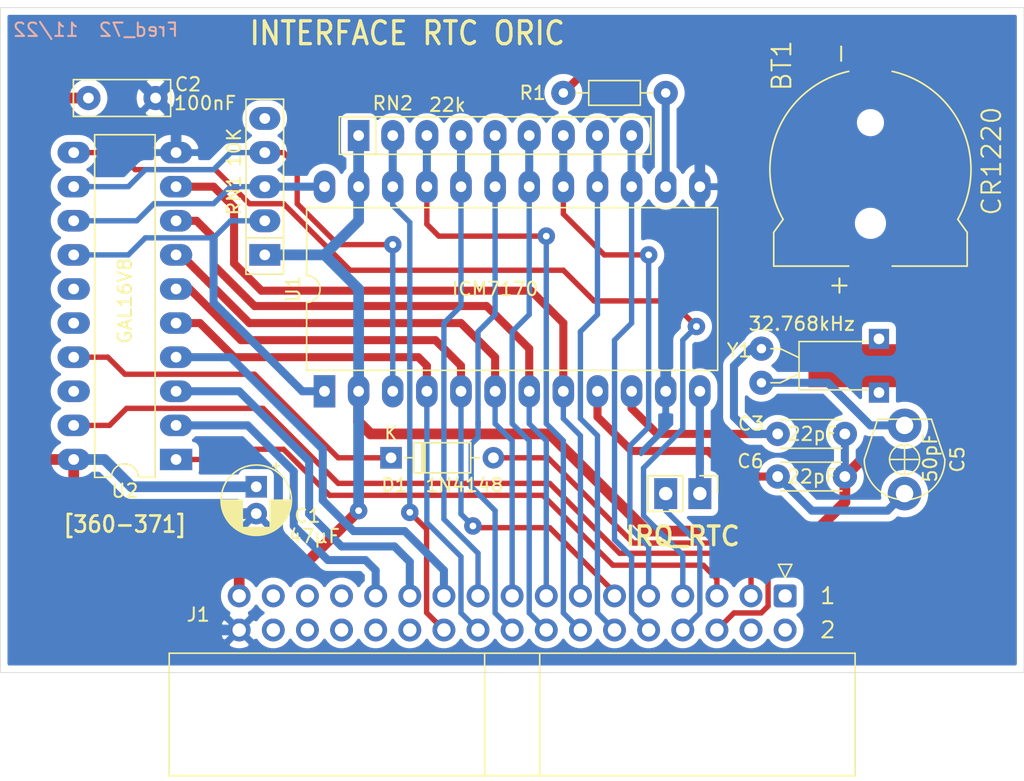
<source format=kicad_pcb>
(kicad_pcb (version 20171130) (host pcbnew "(5.1.12)-1")

  (general
    (thickness 1.6)
    (drawings 9)
    (tracks 302)
    (zones 0)
    (modules 15)
    (nets 49)
  )

  (page A4)
  (title_block
    (title "INTERFACE VOCALE MEA8000 ORIC")
    (rev 1.0)
  )

  (layers
    (0 F.Cu signal)
    (31 B.Cu signal)
    (32 B.Adhes user)
    (33 F.Adhes user)
    (34 B.Paste user)
    (35 F.Paste user)
    (36 B.SilkS user)
    (37 F.SilkS user)
    (38 B.Mask user)
    (39 F.Mask user)
    (40 Dwgs.User user)
    (41 Cmts.User user)
    (42 Eco1.User user)
    (43 Eco2.User user)
    (44 Edge.Cuts user)
    (45 Margin user)
    (46 B.CrtYd user)
    (47 F.CrtYd user)
    (48 B.Fab user)
    (49 F.Fab user)
  )

  (setup
    (last_trace_width 0.25)
    (user_trace_width 0.4)
    (user_trace_width 0.6)
    (user_trace_width 0.8)
    (trace_clearance 0.2)
    (zone_clearance 0.508)
    (zone_45_only no)
    (trace_min 0)
    (via_size 0.8)
    (via_drill 0.4)
    (via_min_size 0.4)
    (via_min_drill 0.3)
    (user_via 1.3 0.5)
    (uvia_size 0.3)
    (uvia_drill 0.1)
    (uvias_allowed no)
    (uvia_min_size 0.2)
    (uvia_min_drill 0.1)
    (edge_width 0.05)
    (segment_width 0.2)
    (pcb_text_width 0.3)
    (pcb_text_size 1.5 1.5)
    (mod_edge_width 0.12)
    (mod_text_size 1 1)
    (mod_text_width 0.15)
    (pad_size 1.8 1.8)
    (pad_drill 0.7)
    (pad_to_mask_clearance 0)
    (aux_axis_origin 114.3 101.6)
    (visible_elements 7FFFFFFF)
    (pcbplotparams
      (layerselection 0x010f0_ffffffff)
      (usegerberextensions true)
      (usegerberattributes true)
      (usegerberadvancedattributes true)
      (creategerberjobfile false)
      (excludeedgelayer true)
      (linewidth 0.100000)
      (plotframeref false)
      (viasonmask false)
      (mode 1)
      (useauxorigin true)
      (hpglpennumber 1)
      (hpglpenspeed 20)
      (hpglpendiameter 15.000000)
      (psnegative false)
      (psa4output false)
      (plotreference true)
      (plotvalue true)
      (plotinvisibletext false)
      (padsonsilk false)
      (subtractmaskfromsilk false)
      (outputformat 1)
      (mirror false)
      (drillshape 0)
      (scaleselection 1)
      (outputdirectory "../Gerber/"))
  )

  (net 0 "")
  (net 1 GND)
  (net 2 VCC)
  (net 3 /~RESET)
  (net 4 /D0)
  (net 5 /D1)
  (net 6 /D2)
  (net 7 /D3)
  (net 8 /D4)
  (net 9 /D5)
  (net 10 /D6)
  (net 11 /D7)
  (net 12 /A0)
  (net 13 /A1)
  (net 14 /A2)
  (net 15 /A3)
  (net 16 /A4)
  (net 17 /A5)
  (net 18 /A6)
  (net 19 /A7)
  (net 20 /A8)
  (net 21 /A9)
  (net 22 /A10)
  (net 23 /A11)
  (net 24 /A12)
  (net 25 /A13)
  (net 26 /A14)
  (net 27 /A15)
  (net 28 "Net-(C3-Pad2)")
  (net 29 "Net-(C5-Pad2)")
  (net 30 "Net-(C5-Pad1)")
  (net 31 /~IOCTRL)
  (net 32 /~IRQ)
  (net 33 /~ROMDIS)
  (net 34 /R_~W)
  (net 35 /~IO)
  (net 36 /PHI2)
  (net 37 /~MAP)
  (net 38 "Net-(JP1-Pad1)")
  (net 39 VMEM)
  (net 40 "Net-(BT1-Pad2)")
  (net 41 "Net-(RN1-Pad5)")
  (net 42 /~CSRTC)
  (net 43 /~R_RTC)
  (net 44 /~W_RTC)
  (net 45 "Net-(U2-Pad18)")
  (net 46 "Net-(U2-Pad16)")
  (net 47 "Net-(U2-Pad15)")
  (net 48 "Net-(D1-Pad1)")

  (net_class Default "This is the default net class."
    (clearance 0.2)
    (trace_width 0.25)
    (via_dia 0.8)
    (via_drill 0.4)
    (uvia_dia 0.3)
    (uvia_drill 0.1)
    (add_net /A0)
    (add_net /A1)
    (add_net /A10)
    (add_net /A11)
    (add_net /A12)
    (add_net /A13)
    (add_net /A14)
    (add_net /A15)
    (add_net /A2)
    (add_net /A3)
    (add_net /A4)
    (add_net /A5)
    (add_net /A6)
    (add_net /A7)
    (add_net /A8)
    (add_net /A9)
    (add_net /D0)
    (add_net /D1)
    (add_net /D2)
    (add_net /D3)
    (add_net /D4)
    (add_net /D5)
    (add_net /D6)
    (add_net /D7)
    (add_net /PHI2)
    (add_net /R_~W)
    (add_net /~CSRTC)
    (add_net /~IO)
    (add_net /~IOCTRL)
    (add_net /~IRQ)
    (add_net /~MAP)
    (add_net /~RESET)
    (add_net /~ROMDIS)
    (add_net /~R_RTC)
    (add_net /~W_RTC)
    (add_net GND)
    (add_net "Net-(BT1-Pad2)")
    (add_net "Net-(C3-Pad2)")
    (add_net "Net-(C5-Pad1)")
    (add_net "Net-(C5-Pad2)")
    (add_net "Net-(D1-Pad1)")
    (add_net "Net-(JP1-Pad1)")
    (add_net "Net-(RN1-Pad5)")
    (add_net "Net-(U2-Pad15)")
    (add_net "Net-(U2-Pad16)")
    (add_net "Net-(U2-Pad18)")
    (add_net VCC)
    (add_net VMEM)
  )

  (module Diode_THT:D_DO-35_SOD27_P7.62mm_Horizontal (layer F.Cu) (tedit 5AE50CD5) (tstamp 63794F34)
    (at 143.383 85.598)
    (descr "Diode, DO-35_SOD27 series, Axial, Horizontal, pin pitch=7.62mm, , length*diameter=4*2mm^2, , http://www.diodes.com/_files/packages/DO-35.pdf")
    (tags "Diode DO-35_SOD27 series Axial Horizontal pin pitch 7.62mm  length 4mm diameter 2mm")
    (path /637B2597)
    (fp_text reference D1 (at 0.254 2.032) (layer F.SilkS)
      (effects (font (size 1 1) (thickness 0.15)))
    )
    (fp_text value 1N4148 (at 5.461 2.032) (layer F.SilkS)
      (effects (font (size 1 1) (thickness 0.15)))
    )
    (fp_line (start 8.67 -1.25) (end -1.05 -1.25) (layer F.CrtYd) (width 0.05))
    (fp_line (start 8.67 1.25) (end 8.67 -1.25) (layer F.CrtYd) (width 0.05))
    (fp_line (start -1.05 1.25) (end 8.67 1.25) (layer F.CrtYd) (width 0.05))
    (fp_line (start -1.05 -1.25) (end -1.05 1.25) (layer F.CrtYd) (width 0.05))
    (fp_line (start 2.29 -1.12) (end 2.29 1.12) (layer F.SilkS) (width 0.12))
    (fp_line (start 2.53 -1.12) (end 2.53 1.12) (layer F.SilkS) (width 0.12))
    (fp_line (start 2.41 -1.12) (end 2.41 1.12) (layer F.SilkS) (width 0.12))
    (fp_line (start 6.58 0) (end 5.93 0) (layer F.SilkS) (width 0.12))
    (fp_line (start 1.04 0) (end 1.69 0) (layer F.SilkS) (width 0.12))
    (fp_line (start 5.93 -1.12) (end 1.69 -1.12) (layer F.SilkS) (width 0.12))
    (fp_line (start 5.93 1.12) (end 5.93 -1.12) (layer F.SilkS) (width 0.12))
    (fp_line (start 1.69 1.12) (end 5.93 1.12) (layer F.SilkS) (width 0.12))
    (fp_line (start 1.69 -1.12) (end 1.69 1.12) (layer F.SilkS) (width 0.12))
    (fp_line (start 2.31 -1) (end 2.31 1) (layer F.Fab) (width 0.1))
    (fp_line (start 2.51 -1) (end 2.51 1) (layer F.Fab) (width 0.1))
    (fp_line (start 2.41 -1) (end 2.41 1) (layer F.Fab) (width 0.1))
    (fp_line (start 7.62 0) (end 5.81 0) (layer F.Fab) (width 0.1))
    (fp_line (start 0 0) (end 1.81 0) (layer F.Fab) (width 0.1))
    (fp_line (start 5.81 -1) (end 1.81 -1) (layer F.Fab) (width 0.1))
    (fp_line (start 5.81 1) (end 5.81 -1) (layer F.Fab) (width 0.1))
    (fp_line (start 1.81 1) (end 5.81 1) (layer F.Fab) (width 0.1))
    (fp_line (start 1.81 -1) (end 1.81 1) (layer F.Fab) (width 0.1))
    (fp_text user K (at 0 -1.8) (layer F.SilkS)
      (effects (font (size 1 1) (thickness 0.15)))
    )
    (fp_text user K (at 0 -1.8) (layer F.Fab)
      (effects (font (size 1 1) (thickness 0.15)))
    )
    (fp_text user %R (at 4.11 0) (layer F.Fab)
      (effects (font (size 0.8 0.8) (thickness 0.12)))
    )
    (pad 2 thru_hole oval (at 7.62 0) (size 1.6 1.6) (drill 0.8) (layers *.Cu *.Mask)
      (net 31 /~IOCTRL))
    (pad 1 thru_hole rect (at 0 0) (size 1.6 1.6) (drill 0.8) (layers *.Cu *.Mask)
      (net 48 "Net-(D1-Pad1)"))
    (model ${KISYS3DMOD}/Diode_THT.3dshapes/D_DO-35_SOD27_P7.62mm_Horizontal.wrl
      (at (xyz 0 0 0))
      (scale (xyz 1 1 1))
      (rotate (xyz 0 0 0))
    )
  )

  (module Capacitor_THT:Trimmer_Cap_TZ03F (layer F.Cu) (tedit 637A5D5A) (tstamp 637A7E34)
    (at 181.61 85.725 90)
    (path /63614E82)
    (fp_text reference C5 (at 0 3.937 90) (layer F.SilkS)
      (effects (font (size 1 1) (thickness 0.15)))
    )
    (fp_text value 50pF (at 0.127 1.905 90) (layer F.SilkS)
      (effects (font (size 1 1) (thickness 0.15)))
    )
    (fp_line (start 3 -2) (end 3 2) (layer F.SilkS) (width 0.12))
    (fp_line (start 3 2) (end 0 3) (layer F.SilkS) (width 0.12))
    (fp_line (start 3 -2) (end 0 -3) (layer F.SilkS) (width 0.12))
    (fp_circle (center 0 0) (end -0.5 -1) (layer F.SilkS) (width 0.12))
    (fp_line (start -1 0) (end 1.118033 0) (layer F.SilkS) (width 0.12))
    (fp_line (start 0 -1.118033) (end 0 1) (layer F.SilkS) (width 0.12))
    (fp_arc (start 0 0) (end -3 0) (angle -90) (layer F.SilkS) (width 0.12))
    (fp_arc (start 0 0) (end 0 -3) (angle -90) (layer F.SilkS) (width 0.12))
    (pad 1 thru_hole circle (at -2.54 0 90) (size 2.5 2.5) (drill 1.3) (layers *.Cu *.Mask)
      (net 30 "Net-(C5-Pad1)"))
    (pad 2 thru_hole circle (at 2.54 0 90) (size 2.5 2.5) (drill 1.3) (layers *.Cu *.Mask)
      (net 29 "Net-(C5-Pad2)"))
    (model ${KISYS3DMOD}/Capacitor_THT.3dshapes/Trimmer_Cap_TZ03F_Blue.stp
      (at (xyz 0 0 0))
      (scale (xyz 0.9 0.9 0.9))
      (rotate (xyz 0 0 -90))
    )
  )

  (module Battery:BatteryHolder_BC501SM (layer F.Cu) (tedit 63792986) (tstamp 637959C2)
    (at 179.07 64.135 270)
    (descr "Battery Holder SMD CR1220 Horizontal")
    (path /6360D2E8)
    (fp_text reference BT1 (at -7.747 6.604 90) (layer F.SilkS)
      (effects (font (size 1.4 1.4) (thickness 0.15)))
    )
    (fp_text value CR1220 (at -0.635 -9.017 90) (layer F.SilkS)
      (effects (font (size 1.4 1.4) (thickness 0.15)))
    )
    (fp_line (start 4.67 7.2) (end 3.7 6.5) (layer F.Fab) (width 0.127))
    (fp_line (start 7.185 7.2) (end 4.67 7.2) (layer F.Fab) (width 0.127))
    (fp_line (start 7.185 1.62) (end 7.185 7.2) (layer F.SilkS) (width 0.127))
    (fp_line (start 4.67 -7.2) (end 3.7 -6.5) (layer F.Fab) (width 0.127))
    (fp_line (start 7.185 -7.2) (end 4.67 -7.2) (layer F.Fab) (width 0.127))
    (fp_line (start 7.185 -7.2) (end 7.185 7.2) (layer F.Fab) (width 0.127))
    (fp_line (start 4.67 7.2) (end 3.7 6.5) (layer F.SilkS) (width 0.127))
    (fp_line (start 4.67 -7.2) (end 3.7 -6.5) (layer F.SilkS) (width 0.127))
    (fp_line (start 7.185 -7.2) (end 4.67 -7.2) (layer F.SilkS) (width 0.127))
    (fp_line (start 7.185 7.2) (end 4.67 7.2) (layer F.SilkS) (width 0.127))
    (fp_line (start 7.185 -7.2) (end 7.185 -1.62) (layer F.SilkS) (width 0.127))
    (fp_line (start 10.25 7.75) (end -9.65 7.75) (layer F.CrtYd) (width 0.05))
    (fp_line (start 10.25 -7.75) (end 10.25 7.75) (layer F.CrtYd) (width 0.05))
    (fp_line (start -9.65 -7.75) (end 10.25 -7.75) (layer F.CrtYd) (width 0.05))
    (fp_line (start -9.65 7.75) (end -9.65 -7.75) (layer F.CrtYd) (width 0.05))
    (fp_text user - (at -11.684 0.635 90) (layer F.Fab)
      (effects (font (size 1.4 1.4) (thickness 0.15)))
    )
    (fp_text user - (at -8.636 2.286 90) (layer F.SilkS)
      (effects (font (size 1.4 1.4) (thickness 0.15)))
    )
    (fp_text user + (at 11.049 0.762 90) (layer F.Fab)
      (effects (font (size 1.4 1.4) (thickness 0.15)))
    )
    (fp_text user + (at 8.636 2.413 90) (layer F.SilkS)
      (effects (font (size 1.4 1.4) (thickness 0.15)))
    )
    (fp_arc (start -0.010419 -0.003807) (end -7.32 1.62) (angle -107.18) (layer F.SilkS) (width 0.127))
    (fp_arc (start -0.000021 0) (end 3.7 -6.5) (angle -239.3) (layer F.Fab) (width 0.127))
    (fp_arc (start -0.010419 0.003807) (end 3.7 -6.5) (angle -107.18) (layer F.SilkS) (width 0.127))
    (pad None np_thru_hole circle (at 4 0 270) (size 1.3 1.3) (drill 1.3) (layers *.Cu *.Mask))
    (pad 1 smd rect (at 8.23 0 90) (size 3.54 2.6) (layers F.Cu F.Paste F.Mask)
      (net 2 VCC))
    (pad None np_thru_hole circle (at -3.5 0 270) (size 1 1) (drill 1) (layers *.Cu *.Mask))
    (pad 2 smd rect (at -7.57 0 270) (size 3.66 2.6) (layers F.Cu F.Paste F.Mask)
      (net 40 "Net-(BT1-Pad2)"))
    (model ${KISYS3DMOD}/Battery.3dshapes/BatteryHolder_BC501SM.step
      (at (xyz 0 0 0))
      (scale (xyz 1 1 1))
      (rotate (xyz -90 0 0))
    )
    (model ${KISYS3DMOD}/Battery.3dshapes/Battery_CR1225.step
      (offset (xyz 0 0 2))
      (scale (xyz 1 1 0.7))
      (rotate (xyz 0 0 0))
    )
  )

  (module Package_DIP:DIP-20_W7.62mm_LongPads (layer F.Cu) (tedit 5A02E8C5) (tstamp 63790F1C)
    (at 127.381 85.725 180)
    (descr "20-lead though-hole mounted DIP package, row spacing 7.62 mm (300 mils), LongPads")
    (tags "THT DIP DIL PDIP 2.54mm 7.62mm 300mil LongPads")
    (path /636977C5)
    (fp_text reference U2 (at 3.81 -2.33) (layer F.SilkS)
      (effects (font (size 1 1) (thickness 0.15)))
    )
    (fp_text value GAL16V8 (at 3.81 11.811 90) (layer F.SilkS)
      (effects (font (size 1 1) (thickness 0.15)))
    )
    (fp_line (start 1.635 -1.27) (end 6.985 -1.27) (layer F.Fab) (width 0.1))
    (fp_line (start 6.985 -1.27) (end 6.985 24.13) (layer F.Fab) (width 0.1))
    (fp_line (start 6.985 24.13) (end 0.635 24.13) (layer F.Fab) (width 0.1))
    (fp_line (start 0.635 24.13) (end 0.635 -0.27) (layer F.Fab) (width 0.1))
    (fp_line (start 0.635 -0.27) (end 1.635 -1.27) (layer F.Fab) (width 0.1))
    (fp_line (start 2.81 -1.33) (end 1.56 -1.33) (layer F.SilkS) (width 0.12))
    (fp_line (start 1.56 -1.33) (end 1.56 24.19) (layer F.SilkS) (width 0.12))
    (fp_line (start 1.56 24.19) (end 6.06 24.19) (layer F.SilkS) (width 0.12))
    (fp_line (start 6.06 24.19) (end 6.06 -1.33) (layer F.SilkS) (width 0.12))
    (fp_line (start 6.06 -1.33) (end 4.81 -1.33) (layer F.SilkS) (width 0.12))
    (fp_line (start -1.45 -1.55) (end -1.45 24.4) (layer F.CrtYd) (width 0.05))
    (fp_line (start -1.45 24.4) (end 9.1 24.4) (layer F.CrtYd) (width 0.05))
    (fp_line (start 9.1 24.4) (end 9.1 -1.55) (layer F.CrtYd) (width 0.05))
    (fp_line (start 9.1 -1.55) (end -1.45 -1.55) (layer F.CrtYd) (width 0.05))
    (fp_text user %R (at 3.81 11.43) (layer F.Fab)
      (effects (font (size 1 1) (thickness 0.15)))
    )
    (fp_arc (start 3.81 -1.33) (end 2.81 -1.33) (angle -180) (layer F.SilkS) (width 0.12))
    (pad 20 thru_hole oval (at 7.62 0 180) (size 2.4 1.6) (drill 0.8) (layers *.Cu *.Mask)
      (net 2 VCC))
    (pad 10 thru_hole oval (at 0 22.86 180) (size 2.4 1.6) (drill 0.8) (layers *.Cu *.Mask)
      (net 1 GND))
    (pad 19 thru_hole oval (at 7.62 2.54 180) (size 2.4 1.6) (drill 0.8) (layers *.Cu *.Mask)
      (net 36 /PHI2))
    (pad 9 thru_hole oval (at 0 20.32 180) (size 2.4 1.6) (drill 0.8) (layers *.Cu *.Mask)
      (net 12 /A0))
    (pad 18 thru_hole oval (at 7.62 5.08 180) (size 2.4 1.6) (drill 0.8) (layers *.Cu *.Mask)
      (net 45 "Net-(U2-Pad18)"))
    (pad 8 thru_hole oval (at 0 17.78 180) (size 2.4 1.6) (drill 0.8) (layers *.Cu *.Mask)
      (net 13 /A1))
    (pad 17 thru_hole oval (at 7.62 7.62 180) (size 2.4 1.6) (drill 0.8) (layers *.Cu *.Mask)
      (net 48 "Net-(D1-Pad1)"))
    (pad 7 thru_hole oval (at 0 15.24 180) (size 2.4 1.6) (drill 0.8) (layers *.Cu *.Mask)
      (net 14 /A2))
    (pad 16 thru_hole oval (at 7.62 10.16 180) (size 2.4 1.6) (drill 0.8) (layers *.Cu *.Mask)
      (net 46 "Net-(U2-Pad16)"))
    (pad 6 thru_hole oval (at 0 12.7 180) (size 2.4 1.6) (drill 0.8) (layers *.Cu *.Mask)
      (net 15 /A3))
    (pad 15 thru_hole oval (at 7.62 12.7 180) (size 2.4 1.6) (drill 0.8) (layers *.Cu *.Mask)
      (net 47 "Net-(U2-Pad15)"))
    (pad 5 thru_hole oval (at 0 10.16 180) (size 2.4 1.6) (drill 0.8) (layers *.Cu *.Mask)
      (net 16 /A4))
    (pad 14 thru_hole oval (at 7.62 15.24 180) (size 2.4 1.6) (drill 0.8) (layers *.Cu *.Mask)
      (net 44 /~W_RTC))
    (pad 4 thru_hole oval (at 0 7.62 180) (size 2.4 1.6) (drill 0.8) (layers *.Cu *.Mask)
      (net 17 /A5))
    (pad 13 thru_hole oval (at 7.62 17.78 180) (size 2.4 1.6) (drill 0.8) (layers *.Cu *.Mask)
      (net 43 /~R_RTC))
    (pad 3 thru_hole oval (at 0 5.08 180) (size 2.4 1.6) (drill 0.8) (layers *.Cu *.Mask)
      (net 18 /A6))
    (pad 12 thru_hole oval (at 7.62 20.32 180) (size 2.4 1.6) (drill 0.8) (layers *.Cu *.Mask)
      (net 42 /~CSRTC))
    (pad 2 thru_hole oval (at 0 2.54 180) (size 2.4 1.6) (drill 0.8) (layers *.Cu *.Mask)
      (net 19 /A7))
    (pad 11 thru_hole oval (at 7.62 22.86 180) (size 2.4 1.6) (drill 0.8) (layers *.Cu *.Mask)
      (net 34 /R_~W))
    (pad 1 thru_hole rect (at 0 0 180) (size 2.4 1.6) (drill 0.8) (layers *.Cu *.Mask)
      (net 35 /~IO))
    (model ${KISYS3DMOD}/Package_DIP.3dshapes/DIP-20_W7.62mm.wrl
      (at (xyz 0 0 0))
      (scale (xyz 1 1 1))
      (rotate (xyz 0 0 0))
    )
  )

  (module Package_DIP:DIP-24_W15.24mm_LongPads (layer F.Cu) (tedit 5A02E8C5) (tstamp 63790EF2)
    (at 138.43 80.645 90)
    (descr "24-lead though-hole mounted DIP package, row spacing 15.24 mm (600 mils), LongPads")
    (tags "THT DIP DIL PDIP 2.54mm 15.24mm 600mil LongPads")
    (path /635EFCE8)
    (fp_text reference U1 (at 7.62 -2.33 90) (layer F.SilkS)
      (effects (font (size 1 1) (thickness 0.15)))
    )
    (fp_text value ICM7170 (at 7.62 12.7 180) (layer F.SilkS)
      (effects (font (size 1 1) (thickness 0.15)))
    )
    (fp_line (start 1.255 -1.27) (end 14.985 -1.27) (layer F.Fab) (width 0.1))
    (fp_line (start 14.985 -1.27) (end 14.985 29.21) (layer F.Fab) (width 0.1))
    (fp_line (start 14.985 29.21) (end 0.255 29.21) (layer F.Fab) (width 0.1))
    (fp_line (start 0.255 29.21) (end 0.255 -0.27) (layer F.Fab) (width 0.1))
    (fp_line (start 0.255 -0.27) (end 1.255 -1.27) (layer F.Fab) (width 0.1))
    (fp_line (start 6.62 -1.33) (end 1.56 -1.33) (layer F.SilkS) (width 0.12))
    (fp_line (start 1.56 -1.33) (end 1.56 29.27) (layer F.SilkS) (width 0.12))
    (fp_line (start 1.56 29.27) (end 13.68 29.27) (layer F.SilkS) (width 0.12))
    (fp_line (start 13.68 29.27) (end 13.68 -1.33) (layer F.SilkS) (width 0.12))
    (fp_line (start 13.68 -1.33) (end 8.62 -1.33) (layer F.SilkS) (width 0.12))
    (fp_line (start -1.5 -1.55) (end -1.5 29.5) (layer F.CrtYd) (width 0.05))
    (fp_line (start -1.5 29.5) (end 16.7 29.5) (layer F.CrtYd) (width 0.05))
    (fp_line (start 16.7 29.5) (end 16.7 -1.55) (layer F.CrtYd) (width 0.05))
    (fp_line (start 16.7 -1.55) (end -1.5 -1.55) (layer F.CrtYd) (width 0.05))
    (fp_text user %R (at 7.62 13.97 90) (layer F.Fab)
      (effects (font (size 1 1) (thickness 0.15)))
    )
    (fp_arc (start 7.62 -1.33) (end 6.62 -1.33) (angle -180) (layer F.SilkS) (width 0.12))
    (pad 24 thru_hole oval (at 15.24 0 90) (size 2.4 1.6) (drill 0.8) (layers *.Cu *.Mask)
      (net 43 /~R_RTC))
    (pad 12 thru_hole oval (at 0 27.94 90) (size 2.4 1.6) (drill 0.8) (layers *.Cu *.Mask)
      (net 38 "Net-(JP1-Pad1)"))
    (pad 23 thru_hole oval (at 15.24 2.54 90) (size 2.4 1.6) (drill 0.8) (layers *.Cu *.Mask)
      (net 2 VCC))
    (pad 11 thru_hole oval (at 0 25.4 90) (size 2.4 1.6) (drill 0.8) (layers *.Cu *.Mask)
      (net 1 GND))
    (pad 22 thru_hole oval (at 15.24 5.08 90) (size 2.4 1.6) (drill 0.8) (layers *.Cu *.Mask)
      (net 11 /D7))
    (pad 10 thru_hole oval (at 0 22.86 90) (size 2.4 1.6) (drill 0.8) (layers *.Cu *.Mask)
      (net 28 "Net-(C3-Pad2)"))
    (pad 21 thru_hole oval (at 15.24 7.62 90) (size 2.4 1.6) (drill 0.8) (layers *.Cu *.Mask)
      (net 10 /D6))
    (pad 9 thru_hole oval (at 0 20.32 90) (size 2.4 1.6) (drill 0.8) (layers *.Cu *.Mask)
      (net 30 "Net-(C5-Pad1)"))
    (pad 20 thru_hole oval (at 15.24 10.16 90) (size 2.4 1.6) (drill 0.8) (layers *.Cu *.Mask)
      (net 9 /D5))
    (pad 8 thru_hole oval (at 0 17.78 90) (size 2.4 1.6) (drill 0.8) (layers *.Cu *.Mask)
      (net 12 /A0))
    (pad 19 thru_hole oval (at 15.24 12.7 90) (size 2.4 1.6) (drill 0.8) (layers *.Cu *.Mask)
      (net 8 /D4))
    (pad 7 thru_hole oval (at 0 15.24 90) (size 2.4 1.6) (drill 0.8) (layers *.Cu *.Mask)
      (net 13 /A1))
    (pad 18 thru_hole oval (at 15.24 15.24 90) (size 2.4 1.6) (drill 0.8) (layers *.Cu *.Mask)
      (net 7 /D3))
    (pad 6 thru_hole oval (at 0 12.7 90) (size 2.4 1.6) (drill 0.8) (layers *.Cu *.Mask)
      (net 14 /A2))
    (pad 17 thru_hole oval (at 15.24 17.78 90) (size 2.4 1.6) (drill 0.8) (layers *.Cu *.Mask)
      (net 6 /D2))
    (pad 5 thru_hole oval (at 0 10.16 90) (size 2.4 1.6) (drill 0.8) (layers *.Cu *.Mask)
      (net 15 /A3))
    (pad 16 thru_hole oval (at 15.24 20.32 90) (size 2.4 1.6) (drill 0.8) (layers *.Cu *.Mask)
      (net 5 /D1))
    (pad 4 thru_hole oval (at 0 7.62 90) (size 2.4 1.6) (drill 0.8) (layers *.Cu *.Mask)
      (net 16 /A4))
    (pad 15 thru_hole oval (at 15.24 22.86 90) (size 2.4 1.6) (drill 0.8) (layers *.Cu *.Mask)
      (net 4 /D0))
    (pad 3 thru_hole oval (at 0 5.08 90) (size 2.4 1.6) (drill 0.8) (layers *.Cu *.Mask)
      (net 42 /~CSRTC))
    (pad 14 thru_hole oval (at 15.24 25.4 90) (size 2.4 1.6) (drill 0.8) (layers *.Cu *.Mask)
      (net 39 VMEM))
    (pad 2 thru_hole oval (at 0 2.54 90) (size 2.4 1.6) (drill 0.8) (layers *.Cu *.Mask)
      (net 2 VCC))
    (pad 13 thru_hole oval (at 15.24 27.94 90) (size 2.4 1.6) (drill 0.8) (layers *.Cu *.Mask)
      (net 1 GND))
    (pad 1 thru_hole rect (at 0 0 90) (size 2.4 1.6) (drill 0.8) (layers *.Cu *.Mask)
      (net 44 /~W_RTC))
    (model ${KISYS3DMOD}/Package_DIP.3dshapes/DIP-24_W15.24mm.wrl
      (at (xyz 0 0 0))
      (scale (xyz 1 1 1))
      (rotate (xyz 0 0 0))
    )
  )

  (module Crystal:Crystal_AT310_D3.0mm_L10.0mm_Horizontal_1EP_style2 (layer F.Cu) (tedit 637A5D1D) (tstamp 63790F3A)
    (at 170.955 80.01 90)
    (descr "Crystal THT AT310 10.0mm-10.5mm length 3.0mm diameter http://www.cinetech.com.tw/upload/2011/04/20110401165201.pdf")
    (tags ['AT310'])
    (path /635F09DA)
    (fp_text reference Y1 (at 2.413 -1.664) (layer F.SilkS)
      (effects (font (size 1 1) (thickness 0.15)))
    )
    (fp_text value 32.768kHz (at 4.39 3) (layer F.SilkS)
      (effects (font (size 1 1) (thickness 0.15)))
    )
    (fp_line (start -0.23 3) (end -0.23 13.5) (layer F.Fab) (width 0.1))
    (fp_line (start -0.23 13.5) (end 2.77 13.5) (layer F.Fab) (width 0.1))
    (fp_line (start 2.77 13.5) (end 2.77 3) (layer F.Fab) (width 0.1))
    (fp_line (start 2.77 3) (end -0.23 3) (layer F.Fab) (width 0.1))
    (fp_line (start 0.67 3) (end 0 1.5) (layer F.Fab) (width 0.1))
    (fp_line (start 0 1.5) (end 0 0) (layer F.Fab) (width 0.1))
    (fp_line (start 1.87 3) (end 2.54 1.5) (layer F.Fab) (width 0.1))
    (fp_line (start 2.54 1.5) (end 2.54 0) (layer F.Fab) (width 0.1))
    (fp_line (start -0.73 8.75) (end 3.27 8.75) (layer F.Fab) (width 0.1))
    (fp_line (start -0.53 7.95) (end -0.53 2.8) (layer F.SilkS) (width 0.12))
    (fp_line (start -0.53 2.8) (end 3.07 2.8) (layer F.SilkS) (width 0.12))
    (fp_line (start 3.07 2.8) (end 3.07 7.95) (layer F.SilkS) (width 0.12))
    (fp_line (start 0.67 2.8) (end 0 1.4) (layer F.SilkS) (width 0.12))
    (fp_line (start 0 1.4) (end 0 0.7) (layer F.SilkS) (width 0.12))
    (fp_line (start 1.87 2.8) (end 2.54 1.4) (layer F.SilkS) (width 0.12))
    (fp_line (start 2.54 1.4) (end 2.54 0.7) (layer F.SilkS) (width 0.12))
    (fp_line (start -1.6 -0.8) (end -1.6 14.3) (layer F.CrtYd) (width 0.05))
    (fp_line (start -1.6 14.3) (end 4.2 14.3) (layer F.CrtYd) (width 0.05))
    (fp_line (start 4.2 14.3) (end 4.2 -0.8) (layer F.CrtYd) (width 0.05))
    (fp_line (start 4.2 -0.8) (end -1.6 -0.8) (layer F.CrtYd) (width 0.05))
    (fp_text user %R (at 1.5 5.75) (layer F.Fab)
      (effects (font (size 1 1) (thickness 0.15)))
    )
    (pad 3 thru_hole rect (at 3.27 8.75 90) (size 1.5 1.5) (drill 0.8) (layers *.Cu *.Mask))
    (pad 3 thru_hole rect (at -0.73 8.75 90) (size 1.5 1.5) (drill 0.8) (layers *.Cu *.Mask))
    (pad 3 smd rect (at 1.27 8.75 90) (size 3.2 10.5) (layers F.Cu F.Paste F.Mask))
    (pad 2 thru_hole circle (at 2.54 0 90) (size 1.8 1.8) (drill 0.7) (layers *.Cu *.Mask)
      (net 28 "Net-(C3-Pad2)"))
    (pad 1 thru_hole circle (at 0 0 90) (size 1.8 1.8) (drill 0.7) (layers *.Cu *.Mask)
      (net 29 "Net-(C5-Pad2)"))
    (model ${KISYS3DMOD}/Crystal.3dshapes/Crystal_AT310_D3.0mm_L10.0mm_Horizontal_1EP_style2.wrl
      (at (xyz 0 0 0))
      (scale (xyz 1 1 1))
      (rotate (xyz 0 0 0))
    )
  )

  (module Resistor_THT:R_Array_SIP9 (layer F.Cu) (tedit 637A5DA4) (tstamp 63790EC6)
    (at 140.97 61.595)
    (descr "9-pin Resistor SIP pack")
    (tags R)
    (path /6363E673)
    (fp_text reference RN2 (at 2.54 -2.4) (layer F.SilkS)
      (effects (font (size 1 1) (thickness 0.15)))
    )
    (fp_text value 22k (at 6.604 -2.286) (layer F.SilkS)
      (effects (font (size 1 1) (thickness 0.15)))
    )
    (fp_line (start -1.29 -1.25) (end -1.29 1.25) (layer F.Fab) (width 0.1))
    (fp_line (start -1.29 1.25) (end 21.61 1.25) (layer F.Fab) (width 0.1))
    (fp_line (start 21.61 1.25) (end 21.61 -1.25) (layer F.Fab) (width 0.1))
    (fp_line (start 21.61 -1.25) (end -1.29 -1.25) (layer F.Fab) (width 0.1))
    (fp_line (start 1.27 -1.25) (end 1.27 1.25) (layer F.Fab) (width 0.1))
    (fp_line (start -1.44 -1.4) (end -1.44 1.4) (layer F.SilkS) (width 0.12))
    (fp_line (start -1.44 1.4) (end 21.76 1.4) (layer F.SilkS) (width 0.12))
    (fp_line (start 21.76 1.4) (end 21.76 -1.4) (layer F.SilkS) (width 0.12))
    (fp_line (start 21.76 -1.4) (end -1.44 -1.4) (layer F.SilkS) (width 0.12))
    (fp_line (start 1.27 -1.4) (end 1.27 1.4) (layer F.SilkS) (width 0.12))
    (fp_line (start -1.7 -1.65) (end -1.7 1.65) (layer F.CrtYd) (width 0.05))
    (fp_line (start -1.7 1.65) (end 22.05 1.65) (layer F.CrtYd) (width 0.05))
    (fp_line (start 22.05 1.65) (end 22.05 -1.65) (layer F.CrtYd) (width 0.05))
    (fp_line (start 22.05 -1.65) (end -1.7 -1.65) (layer F.CrtYd) (width 0.05))
    (fp_text user %R (at 10.16 0) (layer F.Fab)
      (effects (font (size 1 1) (thickness 0.15)))
    )
    (pad 9 thru_hole oval (at 20.32 0) (size 1.7 2.3) (drill 0.8) (layers *.Cu *.Mask)
      (net 4 /D0))
    (pad 8 thru_hole oval (at 17.78 0) (size 1.7 2.3) (drill 0.8) (layers *.Cu *.Mask)
      (net 5 /D1))
    (pad 7 thru_hole oval (at 15.24 0) (size 1.7 2.3) (drill 0.8) (layers *.Cu *.Mask)
      (net 6 /D2))
    (pad 6 thru_hole oval (at 12.7 0) (size 1.7 2.3) (drill 0.8) (layers *.Cu *.Mask)
      (net 7 /D3))
    (pad 5 thru_hole oval (at 10.16 0) (size 1.7 2.3) (drill 0.8) (layers *.Cu *.Mask)
      (net 8 /D4))
    (pad 4 thru_hole oval (at 7.62 0) (size 1.7 2.3) (drill 0.8) (layers *.Cu *.Mask)
      (net 9 /D5))
    (pad 3 thru_hole oval (at 5.08 0) (size 1.7 2.3) (drill 0.8) (layers *.Cu *.Mask)
      (net 10 /D6))
    (pad 2 thru_hole oval (at 2.54 0) (size 1.7 2.3) (drill 0.8) (layers *.Cu *.Mask)
      (net 11 /D7))
    (pad 1 thru_hole rect (at 0 0) (size 1.6 2.3) (drill 0.8) (layers *.Cu *.Mask)
      (net 2 VCC))
    (model ${KISYS3DMOD}/Resistor_THT.3dshapes/R_Array_SIP9.wrl
      (at (xyz 0 0 0))
      (scale (xyz 1 1 1))
      (rotate (xyz 0 0 0))
    )
  )

  (module Resistor_THT:R_Array_SIP5 (layer F.Cu) (tedit 637A5D99) (tstamp 637A6400)
    (at 133.985 70.485 90)
    (descr "5-pin Resistor SIP pack")
    (tags R)
    (path /636C42BB)
    (fp_text reference RN1 (at 4.445 -2.286 90) (layer F.SilkS)
      (effects (font (size 1 1) (thickness 0.15)))
    )
    (fp_text value 10K (at 8.001 -2.286 90) (layer F.SilkS)
      (effects (font (size 1 1) (thickness 0.15)))
    )
    (fp_line (start -1.29 -1.25) (end -1.29 1.25) (layer F.Fab) (width 0.1))
    (fp_line (start -1.29 1.25) (end 11.45 1.25) (layer F.Fab) (width 0.1))
    (fp_line (start 11.45 1.25) (end 11.45 -1.25) (layer F.Fab) (width 0.1))
    (fp_line (start 11.45 -1.25) (end -1.29 -1.25) (layer F.Fab) (width 0.1))
    (fp_line (start 1.27 -1.25) (end 1.27 1.25) (layer F.Fab) (width 0.1))
    (fp_line (start -1.44 -1.4) (end -1.44 1.4) (layer F.SilkS) (width 0.12))
    (fp_line (start -1.44 1.4) (end 11.6 1.4) (layer F.SilkS) (width 0.12))
    (fp_line (start 11.6 1.4) (end 11.6 -1.4) (layer F.SilkS) (width 0.12))
    (fp_line (start 11.6 -1.4) (end -1.44 -1.4) (layer F.SilkS) (width 0.12))
    (fp_line (start 1.27 -1.4) (end 1.27 1.4) (layer F.SilkS) (width 0.12))
    (fp_line (start -1.7 -1.65) (end -1.7 1.65) (layer F.CrtYd) (width 0.05))
    (fp_line (start -1.7 1.65) (end 11.9 1.65) (layer F.CrtYd) (width 0.05))
    (fp_line (start 11.9 1.65) (end 11.9 -1.65) (layer F.CrtYd) (width 0.05))
    (fp_line (start 11.9 -1.65) (end -1.7 -1.65) (layer F.CrtYd) (width 0.05))
    (fp_text user %R (at 5.08 0 90) (layer F.Fab)
      (effects (font (size 1 1) (thickness 0.15)))
    )
    (pad 5 thru_hole oval (at 10.16 0 90) (size 1.7 2.3) (drill 0.8) (layers *.Cu *.Mask)
      (net 41 "Net-(RN1-Pad5)"))
    (pad 4 thru_hole oval (at 7.62 0 90) (size 1.7 2.3) (drill 0.8) (layers *.Cu *.Mask)
      (net 42 /~CSRTC))
    (pad 3 thru_hole oval (at 5.08 0 90) (size 1.7 2.3) (drill 0.8) (layers *.Cu *.Mask)
      (net 43 /~R_RTC))
    (pad 2 thru_hole oval (at 2.54 0 90) (size 1.7 2.3) (drill 0.8) (layers *.Cu *.Mask)
      (net 44 /~W_RTC))
    (pad 1 thru_hole rect (at 0 0 90) (size 1.6 2.3) (drill 0.8) (layers *.Cu *.Mask)
      (net 2 VCC))
    (model ${KISYS3DMOD}/Resistor_THT.3dshapes/R_Array_SIP5.wrl
      (at (xyz 0 0 0))
      (scale (xyz 1 1 1))
      (rotate (xyz 0 0 0))
    )
  )

  (module Resistor_THT:R_Axial_DIN0204_L3.6mm_D1.6mm_P7.62mm_Horizontal (layer F.Cu) (tedit 637A5DD2) (tstamp 63790E92)
    (at 156.21 58.42)
    (descr "Resistor, Axial_DIN0204 series, Axial, Horizontal, pin pitch=7.62mm, 0.167W, length*diameter=3.6*1.6mm^2, http://cdn-reichelt.de/documents/datenblatt/B400/1_4W%23YAG.pdf")
    (tags "Resistor Axial_DIN0204 series Axial Horizontal pin pitch 7.62mm 0.167W length 3.6mm diameter 1.6mm")
    (path /63636A94)
    (fp_text reference R1 (at -2.286 0) (layer F.SilkS)
      (effects (font (size 1 1) (thickness 0.15)))
    )
    (fp_text value 2.2k (at 3.81 0) (layer F.Fab)
      (effects (font (size 1 1) (thickness 0.15)))
    )
    (fp_line (start 2.01 -0.8) (end 2.01 0.8) (layer F.Fab) (width 0.1))
    (fp_line (start 2.01 0.8) (end 5.61 0.8) (layer F.Fab) (width 0.1))
    (fp_line (start 5.61 0.8) (end 5.61 -0.8) (layer F.Fab) (width 0.1))
    (fp_line (start 5.61 -0.8) (end 2.01 -0.8) (layer F.Fab) (width 0.1))
    (fp_line (start 0 0) (end 2.01 0) (layer F.Fab) (width 0.1))
    (fp_line (start 7.62 0) (end 5.61 0) (layer F.Fab) (width 0.1))
    (fp_line (start 1.89 -0.92) (end 1.89 0.92) (layer F.SilkS) (width 0.12))
    (fp_line (start 1.89 0.92) (end 5.73 0.92) (layer F.SilkS) (width 0.12))
    (fp_line (start 5.73 0.92) (end 5.73 -0.92) (layer F.SilkS) (width 0.12))
    (fp_line (start 5.73 -0.92) (end 1.89 -0.92) (layer F.SilkS) (width 0.12))
    (fp_line (start 0.94 0) (end 1.89 0) (layer F.SilkS) (width 0.12))
    (fp_line (start 6.68 0) (end 5.73 0) (layer F.SilkS) (width 0.12))
    (fp_line (start -0.95 -1.05) (end -0.95 1.05) (layer F.CrtYd) (width 0.05))
    (fp_line (start -0.95 1.05) (end 8.57 1.05) (layer F.CrtYd) (width 0.05))
    (fp_line (start 8.57 1.05) (end 8.57 -1.05) (layer F.CrtYd) (width 0.05))
    (fp_line (start 8.57 -1.05) (end -0.95 -1.05) (layer F.CrtYd) (width 0.05))
    (fp_text user %R (at 3.81 0) (layer F.Fab)
      (effects (font (size 0.72 0.72) (thickness 0.108)))
    )
    (pad 2 thru_hole oval (at 7.62 0) (size 1.8 1.8) (drill 0.7) (layers *.Cu *.Mask)
      (net 39 VMEM))
    (pad 1 thru_hole circle (at 0 0) (size 1.8 1.8) (drill 0.7) (layers *.Cu *.Mask)
      (net 40 "Net-(BT1-Pad2)"))
    (model ${KISYS3DMOD}/Resistor_THT.3dshapes/R_Axial_DIN0204_L3.6mm_D1.6mm_P7.62mm_Horizontal.wrl
      (at (xyz 0 0 0))
      (scale (xyz 1 1 1))
      (rotate (xyz 0 0 0))
    )
  )

  (module Connector_PinHeader_2.54mm:PinHeader_1x02_P2.54mm_Vertical (layer F.Cu) (tedit 637A5D4C) (tstamp 63790E7B)
    (at 166.37 88.265 270)
    (descr "Through hole straight pin header, 1x02, 2.54mm pitch, single row")
    (tags "Through hole pin header THT 1x02 2.54mm single row")
    (path /635F9E2F)
    (fp_text reference JP1 (at 0 -2.33 90) (layer F.SilkS) hide
      (effects (font (size 1 1) (thickness 0.15)))
    )
    (fp_text value IRQ_RTC (at 3.175 1.27 180) (layer F.SilkS)
      (effects (font (size 1.4 1.4) (thickness 0.25)))
    )
    (fp_line (start -0.635 -1.27) (end 1.27 -1.27) (layer F.Fab) (width 0.1))
    (fp_line (start 1.27 -1.27) (end 1.27 3.81) (layer F.Fab) (width 0.1))
    (fp_line (start 1.27 3.81) (end -1.27 3.81) (layer F.Fab) (width 0.1))
    (fp_line (start -1.27 3.81) (end -1.27 -0.635) (layer F.Fab) (width 0.1))
    (fp_line (start -1.27 -0.635) (end -0.635 -1.27) (layer F.Fab) (width 0.1))
    (fp_line (start -1.33 3.87) (end 1.33 3.87) (layer F.SilkS) (width 0.12))
    (fp_line (start -1.33 1.27) (end -1.33 3.87) (layer F.SilkS) (width 0.12))
    (fp_line (start 1.33 1.27) (end 1.33 3.87) (layer F.SilkS) (width 0.12))
    (fp_line (start -1.33 1.27) (end 1.33 1.27) (layer F.SilkS) (width 0.12))
    (fp_line (start -1.33 0) (end -1.33 -1.33) (layer F.SilkS) (width 0.12))
    (fp_line (start -1.33 -1.33) (end 0 -1.33) (layer F.SilkS) (width 0.12))
    (fp_line (start -1.8 -1.8) (end -1.8 4.35) (layer F.CrtYd) (width 0.05))
    (fp_line (start -1.8 4.35) (end 1.8 4.35) (layer F.CrtYd) (width 0.05))
    (fp_line (start 1.8 4.35) (end 1.8 -1.8) (layer F.CrtYd) (width 0.05))
    (fp_line (start 1.8 -1.8) (end -1.8 -1.8) (layer F.CrtYd) (width 0.05))
    (fp_text user %R (at 0 1.27) (layer F.Fab)
      (effects (font (size 1 1) (thickness 0.15)))
    )
    (pad 2 thru_hole rect (at 0 2.54 270) (size 2.3 1.7) (drill 1) (layers *.Cu *.Mask)
      (net 32 /~IRQ))
    (pad 1 thru_hole rect (at 0 0 270) (size 2.3 1.7) (drill 1) (layers *.Cu *.Mask)
      (net 38 "Net-(JP1-Pad1)"))
    (model ${KISYS3DMOD}/Connector_PinHeader_2.54mm.3dshapes/PinHeader_1x02_P2.54mm_Vertical.wrl
      (at (xyz 0 0 0))
      (scale (xyz 1 1 1))
      (rotate (xyz 0 0 0))
    )
  )

  (module Capacitor_THT:C_Disc_D4.3mm_W1.9mm_P5.00mm (layer F.Cu) (tedit 5AE50EF0) (tstamp 63790D83)
    (at 177.165 86.995 180)
    (descr "C, Disc series, Radial, pin pitch=5.00mm, , diameter*width=4.3*1.9mm^2, Capacitor, http://www.vishay.com/docs/45233/krseries.pdf")
    (tags "C Disc series Radial pin pitch 5.00mm  diameter 4.3mm width 1.9mm Capacitor")
    (path /635F0C16)
    (fp_text reference C6 (at 7.032 1.143) (layer F.SilkS)
      (effects (font (size 1 1) (thickness 0.15)))
    )
    (fp_text value 22pF (at 2.46 0) (layer F.SilkS)
      (effects (font (size 1 1) (thickness 0.15)))
    )
    (fp_line (start 0.35 -0.95) (end 0.35 0.95) (layer F.Fab) (width 0.1))
    (fp_line (start 0.35 0.95) (end 4.65 0.95) (layer F.Fab) (width 0.1))
    (fp_line (start 4.65 0.95) (end 4.65 -0.95) (layer F.Fab) (width 0.1))
    (fp_line (start 4.65 -0.95) (end 0.35 -0.95) (layer F.Fab) (width 0.1))
    (fp_line (start 0.23 -1.07) (end 4.77 -1.07) (layer F.SilkS) (width 0.12))
    (fp_line (start 0.23 1.07) (end 4.77 1.07) (layer F.SilkS) (width 0.12))
    (fp_line (start 0.23 -1.07) (end 0.23 -1.055) (layer F.SilkS) (width 0.12))
    (fp_line (start 0.23 1.055) (end 0.23 1.07) (layer F.SilkS) (width 0.12))
    (fp_line (start 4.77 -1.07) (end 4.77 -1.055) (layer F.SilkS) (width 0.12))
    (fp_line (start 4.77 1.055) (end 4.77 1.07) (layer F.SilkS) (width 0.12))
    (fp_line (start -1.05 -1.2) (end -1.05 1.2) (layer F.CrtYd) (width 0.05))
    (fp_line (start -1.05 1.2) (end 6.05 1.2) (layer F.CrtYd) (width 0.05))
    (fp_line (start 6.05 1.2) (end 6.05 -1.2) (layer F.CrtYd) (width 0.05))
    (fp_line (start 6.05 -1.2) (end -1.05 -1.2) (layer F.CrtYd) (width 0.05))
    (fp_text user %R (at 2.5 0) (layer F.Fab)
      (effects (font (size 0.86 0.86) (thickness 0.129)))
    )
    (pad 2 thru_hole circle (at 5 0 180) (size 1.8 1.8) (drill 0.8) (layers *.Cu *.Mask)
      (net 30 "Net-(C5-Pad1)"))
    (pad 1 thru_hole circle (at 0 0 180) (size 1.8 1.8) (drill 0.8) (layers *.Cu *.Mask)
      (net 2 VCC))
    (model ${KISYS3DMOD}/Capacitor_THT.3dshapes/C_Disc_D4.3mm_W1.9mm_P5.00mm.wrl
      (at (xyz 0 0 0))
      (scale (xyz 1 1 1))
      (rotate (xyz 0 0 0))
    )
  )

  (module Capacitor_THT:C_Disc_D4.3mm_W1.9mm_P5.00mm (layer F.Cu) (tedit 637A5D29) (tstamp 63790D5B)
    (at 177.165 83.82 180)
    (descr "C, Disc series, Radial, pin pitch=5.00mm, , diameter*width=4.3*1.9mm^2, Capacitor, http://www.vishay.com/docs/45233/krseries.pdf")
    (tags "C Disc series Radial pin pitch 5.00mm  diameter 4.3mm width 1.9mm Capacitor")
    (path /635F0C0C)
    (fp_text reference C3 (at 6.985 0.762) (layer F.SilkS)
      (effects (font (size 1 1) (thickness 0.15)))
    )
    (fp_text value 22pF (at 2.413 0) (layer F.SilkS)
      (effects (font (size 1 1) (thickness 0.15)))
    )
    (fp_line (start 0.35 -0.95) (end 0.35 0.95) (layer F.Fab) (width 0.1))
    (fp_line (start 0.35 0.95) (end 4.65 0.95) (layer F.Fab) (width 0.1))
    (fp_line (start 4.65 0.95) (end 4.65 -0.95) (layer F.Fab) (width 0.1))
    (fp_line (start 4.65 -0.95) (end 0.35 -0.95) (layer F.Fab) (width 0.1))
    (fp_line (start 0.23 -1.07) (end 4.77 -1.07) (layer F.SilkS) (width 0.12))
    (fp_line (start 0.23 1.07) (end 4.77 1.07) (layer F.SilkS) (width 0.12))
    (fp_line (start 0.23 -1.07) (end 0.23 -1.055) (layer F.SilkS) (width 0.12))
    (fp_line (start 0.23 1.055) (end 0.23 1.07) (layer F.SilkS) (width 0.12))
    (fp_line (start 4.77 -1.07) (end 4.77 -1.055) (layer F.SilkS) (width 0.12))
    (fp_line (start 4.77 1.055) (end 4.77 1.07) (layer F.SilkS) (width 0.12))
    (fp_line (start -1.05 -1.2) (end -1.05 1.2) (layer F.CrtYd) (width 0.05))
    (fp_line (start -1.05 1.2) (end 6.05 1.2) (layer F.CrtYd) (width 0.05))
    (fp_line (start 6.05 1.2) (end 6.05 -1.2) (layer F.CrtYd) (width 0.05))
    (fp_line (start 6.05 -1.2) (end -1.05 -1.2) (layer F.CrtYd) (width 0.05))
    (fp_text user %R (at 2.5 0) (layer F.Fab)
      (effects (font (size 0.86 0.86) (thickness 0.129)))
    )
    (pad 2 thru_hole circle (at 5 0 180) (size 1.8 1.8) (drill 0.8) (layers *.Cu *.Mask)
      (net 28 "Net-(C3-Pad2)"))
    (pad 1 thru_hole circle (at 0 0 180) (size 1.8 1.8) (drill 0.8) (layers *.Cu *.Mask)
      (net 2 VCC))
    (model ${KISYS3DMOD}/Capacitor_THT.3dshapes/C_Disc_D4.3mm_W1.9mm_P5.00mm.wrl
      (at (xyz 0 0 0))
      (scale (xyz 1 1 1))
      (rotate (xyz 0 0 0))
    )
  )

  (module Capacitor_THT:C_Rect_L7.0mm_W2.5mm_P5.00mm (layer F.Cu) (tedit 637A5DB1) (tstamp 6379374F)
    (at 125.857 58.801 180)
    (descr "C, Rect series, Radial, pin pitch=5.00mm, , length*width=7*2.5mm^2, Capacitor")
    (tags "C Rect series Radial pin pitch 5.00mm  length 7mm width 2.5mm Capacitor")
    (path /636A0157)
    (fp_text reference C2 (at -2.413 1.016) (layer F.SilkS)
      (effects (font (size 1 1) (thickness 0.15)))
    )
    (fp_text value 100nF (at -3.683 -0.381) (layer F.SilkS)
      (effects (font (size 1 1) (thickness 0.15)))
    )
    (fp_line (start -1 -1.25) (end -1 1.25) (layer F.Fab) (width 0.1))
    (fp_line (start -1 1.25) (end 6 1.25) (layer F.Fab) (width 0.1))
    (fp_line (start 6 1.25) (end 6 -1.25) (layer F.Fab) (width 0.1))
    (fp_line (start 6 -1.25) (end -1 -1.25) (layer F.Fab) (width 0.1))
    (fp_line (start -1.12 -1.37) (end 6.12 -1.37) (layer F.SilkS) (width 0.12))
    (fp_line (start -1.12 1.37) (end 6.12 1.37) (layer F.SilkS) (width 0.12))
    (fp_line (start -1.12 -1.37) (end -1.12 1.37) (layer F.SilkS) (width 0.12))
    (fp_line (start 6.12 -1.37) (end 6.12 1.37) (layer F.SilkS) (width 0.12))
    (fp_line (start -1.25 -1.5) (end -1.25 1.5) (layer F.CrtYd) (width 0.05))
    (fp_line (start -1.25 1.5) (end 6.25 1.5) (layer F.CrtYd) (width 0.05))
    (fp_line (start 6.25 1.5) (end 6.25 -1.5) (layer F.CrtYd) (width 0.05))
    (fp_line (start 6.25 -1.5) (end -1.25 -1.5) (layer F.CrtYd) (width 0.05))
    (fp_text user %R (at 2.5 0) (layer F.Fab)
      (effects (font (size 1 1) (thickness 0.15)))
    )
    (pad 2 thru_hole circle (at 5 0 180) (size 1.8 1.8) (drill 0.8) (layers *.Cu *.Mask)
      (net 2 VCC))
    (pad 1 thru_hole circle (at 0 0 180) (size 1.8 1.8) (drill 0.8) (layers *.Cu *.Mask)
      (net 1 GND))
    (model ${KISYS3DMOD}/Capacitor_THT.3dshapes/C_Rect_L7.0mm_W2.5mm_P5.00mm.wrl
      (at (xyz 0 0 0))
      (scale (xyz 1 1 1))
      (rotate (xyz 0 0 0))
    )
  )

  (module Capacitor_THT:CP_Radial_D5.0mm_P2.00mm (layer F.Cu) (tedit 5AE50EF0) (tstamp 63790D33)
    (at 133.35 87.757 270)
    (descr "CP, Radial series, Radial, pin pitch=2.00mm, , diameter=5mm, Electrolytic Capacitor")
    (tags "CP Radial series Radial pin pitch 2.00mm  diameter 5mm Electrolytic Capacitor")
    (path /63669686)
    (fp_text reference C1 (at 2.159 -3.81 180) (layer F.SilkS)
      (effects (font (size 1 1) (thickness 0.15)))
    )
    (fp_text value 47µF (at 3.683 -4.318 180) (layer F.SilkS)
      (effects (font (size 1 1) (thickness 0.15)))
    )
    (fp_circle (center 1 0) (end 3.5 0) (layer F.Fab) (width 0.1))
    (fp_circle (center 1 0) (end 3.62 0) (layer F.SilkS) (width 0.12))
    (fp_circle (center 1 0) (end 3.75 0) (layer F.CrtYd) (width 0.05))
    (fp_line (start -1.133605 -1.0875) (end -0.633605 -1.0875) (layer F.Fab) (width 0.1))
    (fp_line (start -0.883605 -1.3375) (end -0.883605 -0.8375) (layer F.Fab) (width 0.1))
    (fp_line (start 1 1.04) (end 1 2.58) (layer F.SilkS) (width 0.12))
    (fp_line (start 1 -2.58) (end 1 -1.04) (layer F.SilkS) (width 0.12))
    (fp_line (start 1.04 1.04) (end 1.04 2.58) (layer F.SilkS) (width 0.12))
    (fp_line (start 1.04 -2.58) (end 1.04 -1.04) (layer F.SilkS) (width 0.12))
    (fp_line (start 1.08 -2.579) (end 1.08 -1.04) (layer F.SilkS) (width 0.12))
    (fp_line (start 1.08 1.04) (end 1.08 2.579) (layer F.SilkS) (width 0.12))
    (fp_line (start 1.12 -2.578) (end 1.12 -1.04) (layer F.SilkS) (width 0.12))
    (fp_line (start 1.12 1.04) (end 1.12 2.578) (layer F.SilkS) (width 0.12))
    (fp_line (start 1.16 -2.576) (end 1.16 -1.04) (layer F.SilkS) (width 0.12))
    (fp_line (start 1.16 1.04) (end 1.16 2.576) (layer F.SilkS) (width 0.12))
    (fp_line (start 1.2 -2.573) (end 1.2 -1.04) (layer F.SilkS) (width 0.12))
    (fp_line (start 1.2 1.04) (end 1.2 2.573) (layer F.SilkS) (width 0.12))
    (fp_line (start 1.24 -2.569) (end 1.24 -1.04) (layer F.SilkS) (width 0.12))
    (fp_line (start 1.24 1.04) (end 1.24 2.569) (layer F.SilkS) (width 0.12))
    (fp_line (start 1.28 -2.565) (end 1.28 -1.04) (layer F.SilkS) (width 0.12))
    (fp_line (start 1.28 1.04) (end 1.28 2.565) (layer F.SilkS) (width 0.12))
    (fp_line (start 1.32 -2.561) (end 1.32 -1.04) (layer F.SilkS) (width 0.12))
    (fp_line (start 1.32 1.04) (end 1.32 2.561) (layer F.SilkS) (width 0.12))
    (fp_line (start 1.36 -2.556) (end 1.36 -1.04) (layer F.SilkS) (width 0.12))
    (fp_line (start 1.36 1.04) (end 1.36 2.556) (layer F.SilkS) (width 0.12))
    (fp_line (start 1.4 -2.55) (end 1.4 -1.04) (layer F.SilkS) (width 0.12))
    (fp_line (start 1.4 1.04) (end 1.4 2.55) (layer F.SilkS) (width 0.12))
    (fp_line (start 1.44 -2.543) (end 1.44 -1.04) (layer F.SilkS) (width 0.12))
    (fp_line (start 1.44 1.04) (end 1.44 2.543) (layer F.SilkS) (width 0.12))
    (fp_line (start 1.48 -2.536) (end 1.48 -1.04) (layer F.SilkS) (width 0.12))
    (fp_line (start 1.48 1.04) (end 1.48 2.536) (layer F.SilkS) (width 0.12))
    (fp_line (start 1.52 -2.528) (end 1.52 -1.04) (layer F.SilkS) (width 0.12))
    (fp_line (start 1.52 1.04) (end 1.52 2.528) (layer F.SilkS) (width 0.12))
    (fp_line (start 1.56 -2.52) (end 1.56 -1.04) (layer F.SilkS) (width 0.12))
    (fp_line (start 1.56 1.04) (end 1.56 2.52) (layer F.SilkS) (width 0.12))
    (fp_line (start 1.6 -2.511) (end 1.6 -1.04) (layer F.SilkS) (width 0.12))
    (fp_line (start 1.6 1.04) (end 1.6 2.511) (layer F.SilkS) (width 0.12))
    (fp_line (start 1.64 -2.501) (end 1.64 -1.04) (layer F.SilkS) (width 0.12))
    (fp_line (start 1.64 1.04) (end 1.64 2.501) (layer F.SilkS) (width 0.12))
    (fp_line (start 1.68 -2.491) (end 1.68 -1.04) (layer F.SilkS) (width 0.12))
    (fp_line (start 1.68 1.04) (end 1.68 2.491) (layer F.SilkS) (width 0.12))
    (fp_line (start 1.721 -2.48) (end 1.721 -1.04) (layer F.SilkS) (width 0.12))
    (fp_line (start 1.721 1.04) (end 1.721 2.48) (layer F.SilkS) (width 0.12))
    (fp_line (start 1.761 -2.468) (end 1.761 -1.04) (layer F.SilkS) (width 0.12))
    (fp_line (start 1.761 1.04) (end 1.761 2.468) (layer F.SilkS) (width 0.12))
    (fp_line (start 1.801 -2.455) (end 1.801 -1.04) (layer F.SilkS) (width 0.12))
    (fp_line (start 1.801 1.04) (end 1.801 2.455) (layer F.SilkS) (width 0.12))
    (fp_line (start 1.841 -2.442) (end 1.841 -1.04) (layer F.SilkS) (width 0.12))
    (fp_line (start 1.841 1.04) (end 1.841 2.442) (layer F.SilkS) (width 0.12))
    (fp_line (start 1.881 -2.428) (end 1.881 -1.04) (layer F.SilkS) (width 0.12))
    (fp_line (start 1.881 1.04) (end 1.881 2.428) (layer F.SilkS) (width 0.12))
    (fp_line (start 1.921 -2.414) (end 1.921 -1.04) (layer F.SilkS) (width 0.12))
    (fp_line (start 1.921 1.04) (end 1.921 2.414) (layer F.SilkS) (width 0.12))
    (fp_line (start 1.961 -2.398) (end 1.961 -1.04) (layer F.SilkS) (width 0.12))
    (fp_line (start 1.961 1.04) (end 1.961 2.398) (layer F.SilkS) (width 0.12))
    (fp_line (start 2.001 -2.382) (end 2.001 -1.04) (layer F.SilkS) (width 0.12))
    (fp_line (start 2.001 1.04) (end 2.001 2.382) (layer F.SilkS) (width 0.12))
    (fp_line (start 2.041 -2.365) (end 2.041 -1.04) (layer F.SilkS) (width 0.12))
    (fp_line (start 2.041 1.04) (end 2.041 2.365) (layer F.SilkS) (width 0.12))
    (fp_line (start 2.081 -2.348) (end 2.081 -1.04) (layer F.SilkS) (width 0.12))
    (fp_line (start 2.081 1.04) (end 2.081 2.348) (layer F.SilkS) (width 0.12))
    (fp_line (start 2.121 -2.329) (end 2.121 -1.04) (layer F.SilkS) (width 0.12))
    (fp_line (start 2.121 1.04) (end 2.121 2.329) (layer F.SilkS) (width 0.12))
    (fp_line (start 2.161 -2.31) (end 2.161 -1.04) (layer F.SilkS) (width 0.12))
    (fp_line (start 2.161 1.04) (end 2.161 2.31) (layer F.SilkS) (width 0.12))
    (fp_line (start 2.201 -2.29) (end 2.201 -1.04) (layer F.SilkS) (width 0.12))
    (fp_line (start 2.201 1.04) (end 2.201 2.29) (layer F.SilkS) (width 0.12))
    (fp_line (start 2.241 -2.268) (end 2.241 -1.04) (layer F.SilkS) (width 0.12))
    (fp_line (start 2.241 1.04) (end 2.241 2.268) (layer F.SilkS) (width 0.12))
    (fp_line (start 2.281 -2.247) (end 2.281 -1.04) (layer F.SilkS) (width 0.12))
    (fp_line (start 2.281 1.04) (end 2.281 2.247) (layer F.SilkS) (width 0.12))
    (fp_line (start 2.321 -2.224) (end 2.321 -1.04) (layer F.SilkS) (width 0.12))
    (fp_line (start 2.321 1.04) (end 2.321 2.224) (layer F.SilkS) (width 0.12))
    (fp_line (start 2.361 -2.2) (end 2.361 -1.04) (layer F.SilkS) (width 0.12))
    (fp_line (start 2.361 1.04) (end 2.361 2.2) (layer F.SilkS) (width 0.12))
    (fp_line (start 2.401 -2.175) (end 2.401 -1.04) (layer F.SilkS) (width 0.12))
    (fp_line (start 2.401 1.04) (end 2.401 2.175) (layer F.SilkS) (width 0.12))
    (fp_line (start 2.441 -2.149) (end 2.441 -1.04) (layer F.SilkS) (width 0.12))
    (fp_line (start 2.441 1.04) (end 2.441 2.149) (layer F.SilkS) (width 0.12))
    (fp_line (start 2.481 -2.122) (end 2.481 -1.04) (layer F.SilkS) (width 0.12))
    (fp_line (start 2.481 1.04) (end 2.481 2.122) (layer F.SilkS) (width 0.12))
    (fp_line (start 2.521 -2.095) (end 2.521 -1.04) (layer F.SilkS) (width 0.12))
    (fp_line (start 2.521 1.04) (end 2.521 2.095) (layer F.SilkS) (width 0.12))
    (fp_line (start 2.561 -2.065) (end 2.561 -1.04) (layer F.SilkS) (width 0.12))
    (fp_line (start 2.561 1.04) (end 2.561 2.065) (layer F.SilkS) (width 0.12))
    (fp_line (start 2.601 -2.035) (end 2.601 -1.04) (layer F.SilkS) (width 0.12))
    (fp_line (start 2.601 1.04) (end 2.601 2.035) (layer F.SilkS) (width 0.12))
    (fp_line (start 2.641 -2.004) (end 2.641 -1.04) (layer F.SilkS) (width 0.12))
    (fp_line (start 2.641 1.04) (end 2.641 2.004) (layer F.SilkS) (width 0.12))
    (fp_line (start 2.681 -1.971) (end 2.681 -1.04) (layer F.SilkS) (width 0.12))
    (fp_line (start 2.681 1.04) (end 2.681 1.971) (layer F.SilkS) (width 0.12))
    (fp_line (start 2.721 -1.937) (end 2.721 -1.04) (layer F.SilkS) (width 0.12))
    (fp_line (start 2.721 1.04) (end 2.721 1.937) (layer F.SilkS) (width 0.12))
    (fp_line (start 2.761 -1.901) (end 2.761 -1.04) (layer F.SilkS) (width 0.12))
    (fp_line (start 2.761 1.04) (end 2.761 1.901) (layer F.SilkS) (width 0.12))
    (fp_line (start 2.801 -1.864) (end 2.801 -1.04) (layer F.SilkS) (width 0.12))
    (fp_line (start 2.801 1.04) (end 2.801 1.864) (layer F.SilkS) (width 0.12))
    (fp_line (start 2.841 -1.826) (end 2.841 -1.04) (layer F.SilkS) (width 0.12))
    (fp_line (start 2.841 1.04) (end 2.841 1.826) (layer F.SilkS) (width 0.12))
    (fp_line (start 2.881 -1.785) (end 2.881 -1.04) (layer F.SilkS) (width 0.12))
    (fp_line (start 2.881 1.04) (end 2.881 1.785) (layer F.SilkS) (width 0.12))
    (fp_line (start 2.921 -1.743) (end 2.921 -1.04) (layer F.SilkS) (width 0.12))
    (fp_line (start 2.921 1.04) (end 2.921 1.743) (layer F.SilkS) (width 0.12))
    (fp_line (start 2.961 -1.699) (end 2.961 -1.04) (layer F.SilkS) (width 0.12))
    (fp_line (start 2.961 1.04) (end 2.961 1.699) (layer F.SilkS) (width 0.12))
    (fp_line (start 3.001 -1.653) (end 3.001 -1.04) (layer F.SilkS) (width 0.12))
    (fp_line (start 3.001 1.04) (end 3.001 1.653) (layer F.SilkS) (width 0.12))
    (fp_line (start 3.041 -1.605) (end 3.041 1.605) (layer F.SilkS) (width 0.12))
    (fp_line (start 3.081 -1.554) (end 3.081 1.554) (layer F.SilkS) (width 0.12))
    (fp_line (start 3.121 -1.5) (end 3.121 1.5) (layer F.SilkS) (width 0.12))
    (fp_line (start 3.161 -1.443) (end 3.161 1.443) (layer F.SilkS) (width 0.12))
    (fp_line (start 3.201 -1.383) (end 3.201 1.383) (layer F.SilkS) (width 0.12))
    (fp_line (start 3.241 -1.319) (end 3.241 1.319) (layer F.SilkS) (width 0.12))
    (fp_line (start 3.281 -1.251) (end 3.281 1.251) (layer F.SilkS) (width 0.12))
    (fp_line (start 3.321 -1.178) (end 3.321 1.178) (layer F.SilkS) (width 0.12))
    (fp_line (start 3.361 -1.098) (end 3.361 1.098) (layer F.SilkS) (width 0.12))
    (fp_line (start 3.401 -1.011) (end 3.401 1.011) (layer F.SilkS) (width 0.12))
    (fp_line (start 3.441 -0.915) (end 3.441 0.915) (layer F.SilkS) (width 0.12))
    (fp_line (start 3.481 -0.805) (end 3.481 0.805) (layer F.SilkS) (width 0.12))
    (fp_line (start 3.521 -0.677) (end 3.521 0.677) (layer F.SilkS) (width 0.12))
    (fp_line (start 3.561 -0.518) (end 3.561 0.518) (layer F.SilkS) (width 0.12))
    (fp_line (start 3.601 -0.284) (end 3.601 0.284) (layer F.SilkS) (width 0.12))
    (fp_line (start -1.804775 -1.475) (end -1.304775 -1.475) (layer F.SilkS) (width 0.12))
    (fp_line (start -1.554775 -1.725) (end -1.554775 -1.225) (layer F.SilkS) (width 0.12))
    (fp_text user %R (at 1 0 90) (layer F.Fab)
      (effects (font (size 1 1) (thickness 0.15)))
    )
    (pad 2 thru_hole circle (at 2 0 270) (size 1.6 1.6) (drill 0.8) (layers *.Cu *.Mask)
      (net 1 GND))
    (pad 1 thru_hole rect (at 0 0 270) (size 1.6 1.6) (drill 0.8) (layers *.Cu *.Mask)
      (net 2 VCC))
    (model ${KISYS3DMOD}/Capacitor_THT.3dshapes/CP_Radial_D5.0mm_P2.00mm.wrl
      (at (xyz 0 0 0))
      (scale (xyz 1 1 1))
      (rotate (xyz 0 0 0))
    )
  )

  (module Connector_IDC:IDC-Header_2x17_P2.54mm_Horizontal locked (layer F.Cu) (tedit 5EAC9A08) (tstamp 61C6FA4B)
    (at 172.72 95.885 270)
    (descr "Through hole IDC box header, 2x17, 2.54mm pitch, DIN 41651 / IEC 60603-13, double rows, https://docs.google.com/spreadsheets/d/16SsEcesNF15N3Lb4niX7dcUr-NY5_MFPQhobNuNppn4/edit#gid=0")
    (tags "Through hole horizontal IDC box header THT 2x17 2.54mm double row")
    (path /61C6A672)
    (fp_text reference J1 (at 3.81 -6.985 90) (layer F.SilkS) hide
      (effects (font (size 1 1) (thickness 0.15)))
    )
    (fp_text value SLOT1 (at 6.215 46.74 90) (layer F.Fab)
      (effects (font (size 1 1) (thickness 0.15)))
    )
    (fp_line (start 4.38 -4.1) (end 5.38 -5.1) (layer F.Fab) (width 0.1))
    (fp_line (start 4.38 18.27) (end 13.28 18.27) (layer F.Fab) (width 0.1))
    (fp_line (start 4.38 22.37) (end 13.28 22.37) (layer F.Fab) (width 0.1))
    (fp_line (start 4.27 18.27) (end 13.39 18.27) (layer F.SilkS) (width 0.12))
    (fp_line (start 4.27 22.37) (end 13.39 22.37) (layer F.SilkS) (width 0.12))
    (fp_line (start 4.38 -0.32) (end -0.32 -0.32) (layer F.Fab) (width 0.1))
    (fp_line (start -0.32 -0.32) (end -0.32 0.32) (layer F.Fab) (width 0.1))
    (fp_line (start -0.32 0.32) (end 4.38 0.32) (layer F.Fab) (width 0.1))
    (fp_line (start 4.38 2.22) (end -0.32 2.22) (layer F.Fab) (width 0.1))
    (fp_line (start -0.32 2.22) (end -0.32 2.86) (layer F.Fab) (width 0.1))
    (fp_line (start -0.32 2.86) (end 4.38 2.86) (layer F.Fab) (width 0.1))
    (fp_line (start 4.38 4.76) (end -0.32 4.76) (layer F.Fab) (width 0.1))
    (fp_line (start -0.32 4.76) (end -0.32 5.4) (layer F.Fab) (width 0.1))
    (fp_line (start -0.32 5.4) (end 4.38 5.4) (layer F.Fab) (width 0.1))
    (fp_line (start 4.38 7.3) (end -0.32 7.3) (layer F.Fab) (width 0.1))
    (fp_line (start -0.32 7.3) (end -0.32 7.94) (layer F.Fab) (width 0.1))
    (fp_line (start -0.32 7.94) (end 4.38 7.94) (layer F.Fab) (width 0.1))
    (fp_line (start 4.38 9.84) (end -0.32 9.84) (layer F.Fab) (width 0.1))
    (fp_line (start -0.32 9.84) (end -0.32 10.48) (layer F.Fab) (width 0.1))
    (fp_line (start -0.32 10.48) (end 4.38 10.48) (layer F.Fab) (width 0.1))
    (fp_line (start 4.38 12.38) (end -0.32 12.38) (layer F.Fab) (width 0.1))
    (fp_line (start -0.32 12.38) (end -0.32 13.02) (layer F.Fab) (width 0.1))
    (fp_line (start -0.32 13.02) (end 4.38 13.02) (layer F.Fab) (width 0.1))
    (fp_line (start 4.38 14.92) (end -0.32 14.92) (layer F.Fab) (width 0.1))
    (fp_line (start -0.32 14.92) (end -0.32 15.56) (layer F.Fab) (width 0.1))
    (fp_line (start -0.32 15.56) (end 4.38 15.56) (layer F.Fab) (width 0.1))
    (fp_line (start 4.38 17.46) (end -0.32 17.46) (layer F.Fab) (width 0.1))
    (fp_line (start -0.32 17.46) (end -0.32 18.1) (layer F.Fab) (width 0.1))
    (fp_line (start -0.32 18.1) (end 4.38 18.1) (layer F.Fab) (width 0.1))
    (fp_line (start 4.38 20) (end -0.32 20) (layer F.Fab) (width 0.1))
    (fp_line (start -0.32 20) (end -0.32 20.64) (layer F.Fab) (width 0.1))
    (fp_line (start -0.32 20.64) (end 4.38 20.64) (layer F.Fab) (width 0.1))
    (fp_line (start 4.38 22.54) (end -0.32 22.54) (layer F.Fab) (width 0.1))
    (fp_line (start -0.32 22.54) (end -0.32 23.18) (layer F.Fab) (width 0.1))
    (fp_line (start -0.32 23.18) (end 4.38 23.18) (layer F.Fab) (width 0.1))
    (fp_line (start 4.38 25.08) (end -0.32 25.08) (layer F.Fab) (width 0.1))
    (fp_line (start -0.32 25.08) (end -0.32 25.72) (layer F.Fab) (width 0.1))
    (fp_line (start -0.32 25.72) (end 4.38 25.72) (layer F.Fab) (width 0.1))
    (fp_line (start 4.38 27.62) (end -0.32 27.62) (layer F.Fab) (width 0.1))
    (fp_line (start -0.32 27.62) (end -0.32 28.26) (layer F.Fab) (width 0.1))
    (fp_line (start -0.32 28.26) (end 4.38 28.26) (layer F.Fab) (width 0.1))
    (fp_line (start 4.38 30.16) (end -0.32 30.16) (layer F.Fab) (width 0.1))
    (fp_line (start -0.32 30.16) (end -0.32 30.8) (layer F.Fab) (width 0.1))
    (fp_line (start -0.32 30.8) (end 4.38 30.8) (layer F.Fab) (width 0.1))
    (fp_line (start 4.38 32.7) (end -0.32 32.7) (layer F.Fab) (width 0.1))
    (fp_line (start -0.32 32.7) (end -0.32 33.34) (layer F.Fab) (width 0.1))
    (fp_line (start -0.32 33.34) (end 4.38 33.34) (layer F.Fab) (width 0.1))
    (fp_line (start 4.38 35.24) (end -0.32 35.24) (layer F.Fab) (width 0.1))
    (fp_line (start -0.32 35.24) (end -0.32 35.88) (layer F.Fab) (width 0.1))
    (fp_line (start -0.32 35.88) (end 4.38 35.88) (layer F.Fab) (width 0.1))
    (fp_line (start 4.38 37.78) (end -0.32 37.78) (layer F.Fab) (width 0.1))
    (fp_line (start -0.32 37.78) (end -0.32 38.42) (layer F.Fab) (width 0.1))
    (fp_line (start -0.32 38.42) (end 4.38 38.42) (layer F.Fab) (width 0.1))
    (fp_line (start 4.38 40.32) (end -0.32 40.32) (layer F.Fab) (width 0.1))
    (fp_line (start -0.32 40.32) (end -0.32 40.96) (layer F.Fab) (width 0.1))
    (fp_line (start -0.32 40.96) (end 4.38 40.96) (layer F.Fab) (width 0.1))
    (fp_line (start 5.38 -5.1) (end 13.28 -5.1) (layer F.Fab) (width 0.1))
    (fp_line (start 13.28 -5.1) (end 13.28 45.74) (layer F.Fab) (width 0.1))
    (fp_line (start 13.28 45.74) (end 4.38 45.74) (layer F.Fab) (width 0.1))
    (fp_line (start 4.38 45.74) (end 4.38 -4.1) (layer F.Fab) (width 0.1))
    (fp_line (start 4.27 -5.21) (end 13.39 -5.21) (layer F.SilkS) (width 0.12))
    (fp_line (start 13.39 -5.21) (end 13.39 45.85) (layer F.SilkS) (width 0.12))
    (fp_line (start 13.39 45.85) (end 4.27 45.85) (layer F.SilkS) (width 0.12))
    (fp_line (start 4.27 45.85) (end 4.27 -5.21) (layer F.SilkS) (width 0.12))
    (fp_line (start -1.35 0) (end -2.35 -0.5) (layer F.SilkS) (width 0.12))
    (fp_line (start -2.35 -0.5) (end -2.35 0.5) (layer F.SilkS) (width 0.12))
    (fp_line (start -2.35 0.5) (end -1.35 0) (layer F.SilkS) (width 0.12))
    (fp_line (start -1.35 -5.6) (end -1.35 46.24) (layer F.CrtYd) (width 0.05))
    (fp_line (start -1.35 46.24) (end 13.78 46.24) (layer F.CrtYd) (width 0.05))
    (fp_line (start 13.78 46.24) (end 13.78 -5.6) (layer F.CrtYd) (width 0.05))
    (fp_line (start 13.78 -5.6) (end -1.35 -5.6) (layer F.CrtYd) (width 0.05))
    (fp_text user %R (at 1.397 43.688) (layer F.SilkS)
      (effects (font (size 1 1) (thickness 0.15)))
    )
    (pad 34 thru_hole circle (at 2.54 40.64 270) (size 1.7 1.7) (drill 1) (layers *.Cu *.Mask)
      (net 1 GND))
    (pad 32 thru_hole circle (at 2.54 38.1 270) (size 1.7 1.7) (drill 1) (layers *.Cu *.Mask)
      (net 23 /A11))
    (pad 30 thru_hole circle (at 2.54 35.56 270) (size 1.7 1.7) (drill 1) (layers *.Cu *.Mask)
      (net 24 /A12))
    (pad 28 thru_hole circle (at 2.54 33.02 270) (size 1.7 1.7) (drill 1) (layers *.Cu *.Mask)
      (net 25 /A13))
    (pad 26 thru_hole circle (at 2.54 30.48 270) (size 1.7 1.7) (drill 1) (layers *.Cu *.Mask)
      (net 26 /A14))
    (pad 24 thru_hole circle (at 2.54 27.94 270) (size 1.7 1.7) (drill 1) (layers *.Cu *.Mask)
      (net 27 /A15))
    (pad 22 thru_hole circle (at 2.54 25.4 270) (size 1.7 1.7) (drill 1) (layers *.Cu *.Mask)
      (net 11 /D7))
    (pad 20 thru_hole circle (at 2.54 22.86 270) (size 1.7 1.7) (drill 1) (layers *.Cu *.Mask)
      (net 16 /A4))
    (pad 18 thru_hole circle (at 2.54 20.32 270) (size 1.7 1.7) (drill 1) (layers *.Cu *.Mask)
      (net 8 /D4))
    (pad 16 thru_hole circle (at 2.54 17.78 270) (size 1.7 1.7) (drill 1) (layers *.Cu *.Mask)
      (net 7 /D3))
    (pad 14 thru_hole circle (at 2.54 15.24 270) (size 1.7 1.7) (drill 1) (layers *.Cu *.Mask)
      (net 10 /D6))
    (pad 12 thru_hole circle (at 2.54 12.7 270) (size 1.7 1.7) (drill 1) (layers *.Cu *.Mask)
      (net 5 /D1))
    (pad 10 thru_hole circle (at 2.54 10.16 270) (size 1.7 1.7) (drill 1) (layers *.Cu *.Mask)
      (net 4 /D0))
    (pad 8 thru_hole circle (at 2.54 7.62 270) (size 1.7 1.7) (drill 1) (layers *.Cu *.Mask)
      (net 32 /~IRQ))
    (pad 6 thru_hole circle (at 2.54 5.08 270) (size 1.7 1.7) (drill 1) (layers *.Cu *.Mask)
      (net 31 /~IOCTRL))
    (pad 4 thru_hole circle (at 2.54 2.54 270) (size 1.7 1.7) (drill 1) (layers *.Cu *.Mask)
      (net 3 /~RESET))
    (pad 2 thru_hole circle (at 2.54 0 270) (size 1.7 1.7) (drill 1) (layers *.Cu *.Mask)
      (net 33 /~ROMDIS))
    (pad 33 thru_hole circle (at 0 40.64 270) (size 1.7 1.7) (drill 1) (layers *.Cu *.Mask)
      (net 2 VCC))
    (pad 31 thru_hole circle (at 0 38.1 270) (size 1.7 1.7) (drill 1) (layers *.Cu *.Mask)
      (net 22 /A10))
    (pad 29 thru_hole circle (at 0 35.56 270) (size 1.7 1.7) (drill 1) (layers *.Cu *.Mask)
      (net 21 /A9))
    (pad 27 thru_hole circle (at 0 33.02 270) (size 1.7 1.7) (drill 1) (layers *.Cu *.Mask)
      (net 20 /A8))
    (pad 25 thru_hole circle (at 0 30.48 270) (size 1.7 1.7) (drill 1) (layers *.Cu *.Mask)
      (net 19 /A7))
    (pad 23 thru_hole circle (at 0 27.94 270) (size 1.7 1.7) (drill 1) (layers *.Cu *.Mask)
      (net 18 /A6))
    (pad 21 thru_hole circle (at 0 25.4 270) (size 1.7 1.7) (drill 1) (layers *.Cu *.Mask)
      (net 17 /A5))
    (pad 19 thru_hole circle (at 0 22.86 270) (size 1.7 1.7) (drill 1) (layers *.Cu *.Mask)
      (net 9 /D5))
    (pad 17 thru_hole circle (at 0 20.32 270) (size 1.7 1.7) (drill 1) (layers *.Cu *.Mask)
      (net 14 /A2))
    (pad 15 thru_hole circle (at 0 17.78 270) (size 1.7 1.7) (drill 1) (layers *.Cu *.Mask)
      (net 13 /A1))
    (pad 13 thru_hole circle (at 0 15.24 270) (size 1.7 1.7) (drill 1) (layers *.Cu *.Mask)
      (net 12 /A0))
    (pad 11 thru_hole circle (at 0 12.7 270) (size 1.7 1.7) (drill 1) (layers *.Cu *.Mask)
      (net 15 /A3))
    (pad 9 thru_hole circle (at 0 10.16 270) (size 1.7 1.7) (drill 1) (layers *.Cu *.Mask)
      (net 6 /D2))
    (pad 7 thru_hole circle (at 0 7.62 270) (size 1.7 1.7) (drill 1) (layers *.Cu *.Mask)
      (net 34 /R_~W))
    (pad 5 thru_hole circle (at 0 5.08 270) (size 1.7 1.7) (drill 1) (layers *.Cu *.Mask)
      (net 35 /~IO))
    (pad 3 thru_hole circle (at 0 2.54 270) (size 1.7 1.7) (drill 1) (layers *.Cu *.Mask)
      (net 36 /PHI2))
    (pad 1 thru_hole roundrect (at 0 0 270) (size 1.7 1.7) (drill 1) (layers *.Cu *.Mask) (roundrect_rratio 0.1470588235294118)
      (net 37 /~MAP))
    (model ${KISYS3DMOD}/Connector_IDC.3dshapes/IDC-Header_2x17_P2.54mm_Horizontal.wrl
      (at (xyz 0 0 0))
      (scale (xyz 1 1 1))
      (rotate (xyz 0 0 0))
    )
  )

  (gr_line (start 190.5 52.07) (end 114.3 52.07) (layer Edge.Cuts) (width 0.05) (tstamp 61C730BE))
  (gr_line (start 114.3 101.6) (end 190.5 101.6) (layer Edge.Cuts) (width 0.05) (tstamp 61C730BC))
  (gr_line (start 114.3 52.07) (end 114.3 101.6) (layer Edge.Cuts) (width 0.05) (tstamp 61BE55DC))
  (gr_text "Fred_72  11/22" (at 127.635 53.721) (layer B.SilkS)
    (effects (font (size 1 1) (thickness 0.15)) (justify left mirror))
  )
  (gr_text "INTERFACE RTC ORIC" (at 132.715 53.975) (layer F.SilkS)
    (effects (font (size 1.7 1.5) (thickness 0.25)) (justify left))
  )
  (gr_text 2 (at 175.895 98.425) (layer F.SilkS)
    (effects (font (size 1.2 1.2) (thickness 0.15)))
  )
  (gr_text 1 (at 175.895 95.885) (layer F.SilkS)
    (effects (font (size 1.2 1.2) (thickness 0.15)))
  )
  (gr_text [360-371] (at 123.571 90.551) (layer F.SilkS)
    (effects (font (size 1.2 1.1) (thickness 0.2)))
  )
  (gr_line (start 190.5 101.6) (end 190.5 52.07) (layer Edge.Cuts) (width 0.05))

  (segment (start 163.83 80.645) (end 163.83 74.93) (width 0.8) (layer B.Cu) (net 1) (status 10))
  (segment (start 166.37 72.39) (end 166.37 65.405) (width 0.8) (layer B.Cu) (net 1) (status 20))
  (segment (start 163.83 74.93) (end 166.37 72.39) (width 0.8) (layer B.Cu) (net 1))
  (segment (start 127.381 60.325) (end 125.857 58.801) (width 0.8) (layer B.Cu) (net 1) (status 20))
  (segment (start 127.381 62.865) (end 127.381 60.325) (width 0.8) (layer B.Cu) (net 1) (status 10))
  (segment (start 166.37 65.405) (end 166.37 57.404) (width 0.8) (layer B.Cu) (net 1) (status 10))
  (segment (start 166.37 57.404) (end 165.1 56.134) (width 0.8) (layer B.Cu) (net 1))
  (segment (start 128.524 56.134) (end 125.857 58.801) (width 0.8) (layer B.Cu) (net 1) (status 20))
  (segment (start 165.1 56.134) (end 128.524 56.134) (width 0.8) (layer B.Cu) (net 1))
  (segment (start 130.683 98.425) (end 132.08 98.425) (width 0.8) (layer B.Cu) (net 1) (status 20))
  (segment (start 129.413 97.155) (end 130.683 98.425) (width 0.8) (layer B.Cu) (net 1))
  (segment (start 129.413 92.202) (end 129.413 97.155) (width 0.8) (layer B.Cu) (net 1))
  (segment (start 131.858 89.757) (end 129.413 92.202) (width 0.8) (layer B.Cu) (net 1))
  (segment (start 133.35 89.757) (end 131.858 89.757) (width 0.8) (layer B.Cu) (net 1) (status 10))
  (segment (start 123.19 56.134) (end 125.857 58.801) (width 0.8) (layer B.Cu) (net 1) (tstamp 637A6444) (status 20))
  (segment (start 118.237 56.134) (end 123.19 56.134) (width 0.8) (layer B.Cu) (net 1))
  (segment (start 116.205 58.166) (end 118.237 56.134) (width 0.8) (layer B.Cu) (net 1))
  (segment (start 116.205 87.249) (end 116.205 58.166) (width 0.8) (layer B.Cu) (net 1))
  (segment (start 121.158 92.202) (end 116.205 87.249) (width 0.8) (layer B.Cu) (net 1))
  (segment (start 129.413 92.202) (end 121.158 92.202) (width 0.8) (layer B.Cu) (net 1))
  (segment (start 140.97 61.595) (end 140.97 65.405) (width 0.8) (layer B.Cu) (net 2) (status 30))
  (segment (start 133.985 70.485) (end 138.43 70.485) (width 0.8) (layer B.Cu) (net 2) (status 10))
  (segment (start 140.97 67.945) (end 140.97 65.405) (width 0.8) (layer B.Cu) (net 2) (status 20))
  (segment (start 138.43 70.485) (end 140.97 67.945) (width 0.8) (layer B.Cu) (net 2))
  (segment (start 140.97 73.025) (end 138.43 70.485) (width 0.8) (layer B.Cu) (net 2))
  (segment (start 140.97 80.645) (end 140.97 73.025) (width 0.8) (layer B.Cu) (net 2) (status 10))
  (segment (start 122.047 85.725) (end 119.761 85.725) (width 0.8) (layer B.Cu) (net 2) (status 20))
  (segment (start 124.079 87.757) (end 122.047 85.725) (width 0.8) (layer B.Cu) (net 2))
  (segment (start 133.35 87.757) (end 124.079 87.757) (width 0.8) (layer B.Cu) (net 2) (status 10))
  (segment (start 132.08 95.885) (end 132.08 93.345) (width 0.8) (layer F.Cu) (net 2) (status 10))
  (segment (start 132.08 93.345) (end 131.064 92.329) (width 0.8) (layer F.Cu) (net 2))
  (segment (start 131.064 92.329) (end 122.555 92.329) (width 0.8) (layer F.Cu) (net 2))
  (segment (start 119.761 89.535) (end 119.761 85.725) (width 0.8) (layer F.Cu) (net 2) (status 20))
  (segment (start 122.555 92.329) (end 119.761 89.535) (width 0.8) (layer F.Cu) (net 2))
  (segment (start 120.857 58.801) (end 118.745 58.801) (width 0.8) (layer F.Cu) (net 2) (status 10))
  (segment (start 118.745 58.801) (end 116.205 61.341) (width 0.8) (layer F.Cu) (net 2))
  (segment (start 116.205 61.341) (end 116.205 84.455) (width 0.8) (layer F.Cu) (net 2))
  (segment (start 117.475 85.725) (end 119.761 85.725) (width 0.8) (layer F.Cu) (net 2) (status 20))
  (segment (start 116.205 84.455) (end 117.475 85.725) (width 0.8) (layer F.Cu) (net 2))
  (segment (start 179.07 72.365) (end 185.776 72.365) (width 0.8) (layer F.Cu) (net 2) (status 10))
  (segment (start 185.776 72.365) (end 187.452 74.041) (width 0.8) (layer F.Cu) (net 2))
  (segment (start 140.97 89.535) (end 140.97 80.645) (width 0.8) (layer B.Cu) (net 2) (status 20))
  (via (at 140.97 89.535) (size 1.3) (drill 0.5) (layers F.Cu B.Cu) (net 2))
  (segment (start 137.16 93.345) (end 132.08 93.345) (width 0.8) (layer F.Cu) (net 2))
  (segment (start 140.97 89.535) (end 137.16 93.345) (width 0.8) (layer F.Cu) (net 2))
  (segment (start 187.452 74.041) (end 187.452 83.947) (width 0.8) (layer F.Cu) (net 2))
  (segment (start 187.452 83.947) (end 185.674 85.725) (width 0.8) (layer F.Cu) (net 2))
  (segment (start 183.515 85.725) (end 178.435 85.725) (width 0.6) (layer F.Cu) (net 2))
  (segment (start 185.674 85.725) (end 183.515 85.725) (width 0.8) (layer F.Cu) (net 2))
  (segment (start 178.435 85.725) (end 177.165 86.995) (width 0.8) (layer F.Cu) (net 2) (status 20))
  (segment (start 185.674 85.725) (end 178.435 85.725) (width 0.8) (layer F.Cu) (net 2))
  (segment (start 177.165 83.82) (end 177.165 86.995) (width 0.6) (layer B.Cu) (net 2) (status 30))
  (segment (start 177.165 88.9) (end 177.165 86.995) (width 0.8) (layer F.Cu) (net 2))
  (segment (start 162.433 91.059) (end 175.006 91.059) (width 0.8) (layer F.Cu) (net 2))
  (segment (start 155.194 83.82) (end 162.433 91.059) (width 0.8) (layer F.Cu) (net 2))
  (segment (start 141.859 83.82) (end 155.194 83.82) (width 0.8) (layer F.Cu) (net 2))
  (segment (start 140.97 82.931) (end 141.859 83.82) (width 0.8) (layer F.Cu) (net 2))
  (segment (start 175.006 91.059) (end 177.165 88.9) (width 0.8) (layer F.Cu) (net 2))
  (segment (start 140.97 80.645) (end 140.97 82.931) (width 0.8) (layer F.Cu) (net 2))
  (segment (start 161.29 61.595) (end 161.29 65.405) (width 0.6) (layer B.Cu) (net 4) (status 30))
  (segment (start 161.29 75.565) (end 161.29 65.405) (width 0.4) (layer B.Cu) (net 4) (status 20))
  (segment (start 160.02 76.835) (end 161.29 75.565) (width 0.4) (layer B.Cu) (net 4))
  (segment (start 160.02 91.694) (end 160.02 76.835) (width 0.4) (layer B.Cu) (net 4))
  (segment (start 161.29 92.964) (end 160.02 91.694) (width 0.4) (layer B.Cu) (net 4))
  (segment (start 161.29 97.155) (end 161.29 92.964) (width 0.4) (layer B.Cu) (net 4))
  (segment (start 162.56 98.425) (end 161.29 97.155) (width 0.4) (layer B.Cu) (net 4) (status 10))
  (segment (start 158.75 61.595) (end 158.75 65.405) (width 0.6) (layer B.Cu) (net 5) (status 30))
  (segment (start 158.75 74.93) (end 158.75 65.405) (width 0.4) (layer B.Cu) (net 5) (status 20))
  (segment (start 157.48 76.2) (end 158.75 74.93) (width 0.4) (layer B.Cu) (net 5))
  (segment (start 157.48 82.677) (end 157.48 76.2) (width 0.4) (layer B.Cu) (net 5))
  (segment (start 158.75 83.947) (end 157.48 82.677) (width 0.4) (layer B.Cu) (net 5))
  (segment (start 158.75 97.155) (end 158.75 83.947) (width 0.4) (layer B.Cu) (net 5))
  (segment (start 160.02 98.425) (end 158.75 97.155) (width 0.4) (layer B.Cu) (net 5) (status 10))
  (segment (start 156.21 61.595) (end 156.21 65.405) (width 0.6) (layer B.Cu) (net 6) (status 30))
  (segment (start 162.56 95.885) (end 162.56 92.202) (width 0.4) (layer B.Cu) (net 6) (status 10))
  (segment (start 162.56 92.202) (end 161.163 90.805) (width 0.4) (layer B.Cu) (net 6))
  (segment (start 161.163 90.805) (end 161.163 84.709) (width 0.4) (layer B.Cu) (net 6))
  (segment (start 161.163 84.709) (end 162.56 83.312) (width 0.4) (layer B.Cu) (net 6))
  (via (at 162.56 70.485) (size 1.3) (drill 0.5) (layers F.Cu B.Cu) (net 6))
  (segment (start 162.56 83.312) (end 162.56 70.485) (width 0.4) (layer B.Cu) (net 6))
  (segment (start 162.56 70.485) (end 159.258 70.485) (width 0.4) (layer F.Cu) (net 6))
  (segment (start 156.21 67.437) (end 156.21 65.405) (width 0.4) (layer F.Cu) (net 6) (status 20))
  (segment (start 159.258 70.485) (end 156.21 67.437) (width 0.4) (layer F.Cu) (net 6))
  (segment (start 153.67 61.595) (end 153.67 65.405) (width 0.6) (layer B.Cu) (net 7) (status 30))
  (segment (start 153.67 74.93) (end 153.67 65.405) (width 0.4) (layer B.Cu) (net 7) (status 20))
  (segment (start 152.4 76.2) (end 153.67 74.93) (width 0.4) (layer B.Cu) (net 7))
  (segment (start 152.4 83.058) (end 152.4 76.2) (width 0.4) (layer B.Cu) (net 7))
  (segment (start 153.67 84.328) (end 152.4 83.058) (width 0.4) (layer B.Cu) (net 7))
  (segment (start 153.67 97.155) (end 153.67 84.328) (width 0.4) (layer B.Cu) (net 7))
  (segment (start 154.94 98.425) (end 153.67 97.155) (width 0.4) (layer B.Cu) (net 7) (status 10))
  (segment (start 151.13 61.595) (end 151.13 65.405) (width 0.6) (layer B.Cu) (net 8) (status 30))
  (segment (start 151.13 65.405) (end 151.13 74.93) (width 0.4) (layer B.Cu) (net 8) (status 10))
  (segment (start 151.13 74.93) (end 149.86 76.2) (width 0.4) (layer B.Cu) (net 8))
  (segment (start 151.13 97.155) (end 152.4 98.425) (width 0.4) (layer B.Cu) (net 8) (status 20))
  (segment (start 151.13 89.535) (end 151.13 97.155) (width 0.4) (layer B.Cu) (net 8))
  (segment (start 149.86 83.185) (end 149.86 83.439) (width 0.25) (layer B.Cu) (net 8))
  (segment (start 149.86 82.931) (end 149.86 84.074) (width 0.4) (layer B.Cu) (net 8))
  (segment (start 149.86 76.2) (end 149.86 82.931) (width 0.4) (layer B.Cu) (net 8))
  (segment (start 149.86 82.931) (end 149.86 83.185) (width 0.4) (layer B.Cu) (net 8))
  (segment (start 149.86 84.074) (end 149.352 84.582) (width 0.4) (layer B.Cu) (net 8))
  (segment (start 149.352 87.757) (end 151.13 89.535) (width 0.4) (layer B.Cu) (net 8))
  (segment (start 149.352 84.582) (end 149.352 87.757) (width 0.4) (layer B.Cu) (net 8))
  (segment (start 148.59 64.77) (end 148.59 61.595) (width 0.6) (layer B.Cu) (net 9) (status 30))
  (segment (start 148.59 74.295) (end 148.59 65.405) (width 0.4) (layer B.Cu) (net 9) (status 20))
  (segment (start 147.32 75.565) (end 148.59 74.295) (width 0.4) (layer B.Cu) (net 9))
  (segment (start 147.32 90.17) (end 147.32 75.565) (width 0.4) (layer B.Cu) (net 9))
  (segment (start 149.86 92.71) (end 147.32 90.17) (width 0.4) (layer B.Cu) (net 9))
  (segment (start 149.86 95.885) (end 149.86 92.71) (width 0.4) (layer B.Cu) (net 9) (status 10))
  (segment (start 146.05 61.595) (end 146.05 65.405) (width 0.6) (layer B.Cu) (net 10) (status 30))
  (via (at 154.94 69.088) (size 1.3) (drill 0.5) (layers F.Cu B.Cu) (net 10))
  (segment (start 154.94 69.088) (end 146.939 69.088) (width 0.4) (layer F.Cu) (net 10))
  (segment (start 146.05 68.199) (end 146.05 65.405) (width 0.4) (layer F.Cu) (net 10) (status 20))
  (segment (start 146.939 69.088) (end 146.05 68.199) (width 0.4) (layer F.Cu) (net 10))
  (segment (start 154.94 83.058) (end 154.94 69.088) (width 0.4) (layer B.Cu) (net 10))
  (segment (start 156.21 84.328) (end 154.94 83.058) (width 0.4) (layer B.Cu) (net 10))
  (segment (start 156.21 97.155) (end 156.21 84.328) (width 0.4) (layer B.Cu) (net 10))
  (segment (start 157.48 98.425) (end 156.21 97.155) (width 0.4) (layer B.Cu) (net 10) (status 10))
  (segment (start 143.51 65.405) (end 143.51 61.595) (width 0.6) (layer B.Cu) (net 11) (status 30))
  (segment (start 143.51 66.802) (end 143.51 65.405) (width 0.4) (layer B.Cu) (net 11) (status 20))
  (segment (start 144.78 68.072) (end 143.51 66.802) (width 0.4) (layer B.Cu) (net 11))
  (segment (start 144.78 89.662) (end 144.78 68.072) (width 0.4) (layer B.Cu) (net 11))
  (via (at 144.78 89.662) (size 1.3) (drill 0.5) (layers F.Cu B.Cu) (net 11))
  (segment (start 146.030001 97.135001) (end 146.030001 90.912001) (width 0.4) (layer F.Cu) (net 11))
  (segment (start 146.030001 90.912001) (end 144.78 89.662) (width 0.4) (layer F.Cu) (net 11))
  (segment (start 147.32 98.425) (end 146.030001 97.135001) (width 0.4) (layer F.Cu) (net 11))
  (segment (start 127.381 65.405) (end 127.635 65.405) (width 0.4) (layer F.Cu) (net 12) (status 30))
  (segment (start 127.381 65.405) (end 130.175 65.405) (width 0.6) (layer F.Cu) (net 12) (status 10))
  (segment (start 130.175 65.405) (end 131.699 66.929) (width 0.6) (layer F.Cu) (net 12))
  (segment (start 131.699 66.929) (end 131.699 71.12) (width 0.6) (layer F.Cu) (net 12))
  (segment (start 131.699 71.12) (end 133.731 73.152) (width 0.6) (layer F.Cu) (net 12))
  (segment (start 133.731 73.152) (end 153.797 73.152) (width 0.6) (layer F.Cu) (net 12))
  (segment (start 156.21 75.565) (end 156.21 80.645) (width 0.6) (layer F.Cu) (net 12) (status 20))
  (segment (start 153.797 73.152) (end 156.21 75.565) (width 0.6) (layer F.Cu) (net 12))
  (segment (start 156.21 82.677) (end 156.21 80.645) (width 0.4) (layer B.Cu) (net 12) (status 20))
  (segment (start 157.48 83.947) (end 156.21 82.677) (width 0.4) (layer B.Cu) (net 12))
  (segment (start 157.48 95.885) (end 157.48 83.947) (width 0.4) (layer B.Cu) (net 12) (status 10))
  (segment (start 128.905 67.945) (end 127.381 67.945) (width 0.6) (layer F.Cu) (net 13) (status 20))
  (segment (start 130.175 69.215) (end 128.905 67.945) (width 0.6) (layer F.Cu) (net 13))
  (segment (start 130.175 71.247) (end 130.175 69.215) (width 0.6) (layer F.Cu) (net 13))
  (segment (start 133.223 74.295) (end 130.175 71.247) (width 0.6) (layer F.Cu) (net 13))
  (segment (start 150.495 74.295) (end 133.223 74.295) (width 0.6) (layer F.Cu) (net 13))
  (segment (start 153.67 77.47) (end 150.495 74.295) (width 0.6) (layer F.Cu) (net 13))
  (segment (start 153.67 80.645) (end 153.67 77.47) (width 0.6) (layer F.Cu) (net 13) (status 10))
  (segment (start 154.94 84.328) (end 154.94 95.885) (width 0.4) (layer B.Cu) (net 13) (status 20))
  (segment (start 153.67 83.058) (end 154.94 84.328) (width 0.4) (layer B.Cu) (net 13))
  (segment (start 153.67 80.645) (end 153.67 83.058) (width 0.4) (layer B.Cu) (net 13) (status 10))
  (segment (start 127.762 70.485) (end 127.381 70.485) (width 0.6) (layer F.Cu) (net 14) (status 30))
  (segment (start 132.842 75.565) (end 127.762 70.485) (width 0.6) (layer F.Cu) (net 14) (status 20))
  (segment (start 148.59 75.565) (end 132.842 75.565) (width 0.6) (layer F.Cu) (net 14))
  (segment (start 151.13 78.105) (end 148.59 75.565) (width 0.6) (layer F.Cu) (net 14))
  (segment (start 151.13 80.645) (end 151.13 78.105) (width 0.6) (layer F.Cu) (net 14) (status 10))
  (segment (start 151.13 83.058) (end 151.13 80.645) (width 0.4) (layer B.Cu) (net 14) (status 20))
  (segment (start 152.4 84.328) (end 151.13 83.058) (width 0.4) (layer B.Cu) (net 14))
  (segment (start 152.4 95.885) (end 152.4 84.328) (width 0.4) (layer B.Cu) (net 14) (status 10))
  (segment (start 148.59 78.74) (end 148.59 80.645) (width 0.6) (layer F.Cu) (net 15) (status 20))
  (segment (start 146.685 76.835) (end 148.59 78.74) (width 0.6) (layer F.Cu) (net 15))
  (segment (start 132.207 76.835) (end 146.685 76.835) (width 0.6) (layer F.Cu) (net 15))
  (segment (start 128.397 73.025) (end 132.207 76.835) (width 0.6) (layer F.Cu) (net 15) (status 10))
  (segment (start 127.381 73.025) (end 128.397 73.025) (width 0.6) (layer F.Cu) (net 15) (status 30))
  (segment (start 148.59 89.789) (end 148.59 80.645) (width 0.4) (layer B.Cu) (net 15) (status 20))
  (segment (start 149.479 90.678) (end 148.59 89.789) (width 0.4) (layer B.Cu) (net 15))
  (via (at 149.479 90.678) (size 1.3) (drill 0.5) (layers F.Cu B.Cu) (net 15))
  (segment (start 160.02 95.631) (end 160.02 95.885) (width 0.4) (layer F.Cu) (net 15))
  (segment (start 155.194 90.805) (end 160.02 95.631) (width 0.4) (layer F.Cu) (net 15))
  (segment (start 149.606 90.805) (end 155.194 90.805) (width 0.4) (layer F.Cu) (net 15))
  (segment (start 149.479 90.678) (end 149.606 90.805) (width 0.4) (layer F.Cu) (net 15))
  (segment (start 146.05 78.74) (end 146.05 80.645) (width 0.6) (layer F.Cu) (net 16) (status 20))
  (segment (start 145.415 78.105) (end 146.05 78.74) (width 0.6) (layer F.Cu) (net 16))
  (segment (start 131.699 78.105) (end 145.415 78.105) (width 0.6) (layer F.Cu) (net 16))
  (segment (start 129.159 75.565) (end 131.699 78.105) (width 0.6) (layer F.Cu) (net 16))
  (segment (start 127.381 75.565) (end 129.159 75.565) (width 0.6) (layer F.Cu) (net 16) (status 10))
  (segment (start 148.59 97.155) (end 149.86 98.425) (width 0.4) (layer B.Cu) (net 16) (status 20))
  (segment (start 148.59 92.964) (end 148.59 97.155) (width 0.4) (layer B.Cu) (net 16))
  (segment (start 146.05 90.424) (end 148.59 92.964) (width 0.4) (layer B.Cu) (net 16))
  (segment (start 146.05 80.645) (end 146.05 90.424) (width 0.4) (layer B.Cu) (net 16) (status 10))
  (segment (start 147.32 93.98) (end 147.32 95.885) (width 0.6) (layer B.Cu) (net 17) (status 20))
  (segment (start 144.399 91.059) (end 147.32 93.98) (width 0.6) (layer B.Cu) (net 17))
  (segment (start 140.589 91.059) (end 144.399 91.059) (width 0.6) (layer B.Cu) (net 17))
  (segment (start 138.303 88.773) (end 140.589 91.059) (width 0.6) (layer B.Cu) (net 17))
  (segment (start 138.303 84.963) (end 138.303 88.773) (width 0.6) (layer B.Cu) (net 17))
  (segment (start 131.445 78.105) (end 138.303 84.963) (width 0.6) (layer B.Cu) (net 17))
  (segment (start 127.381 78.105) (end 131.445 78.105) (width 0.6) (layer B.Cu) (net 17) (status 10))
  (segment (start 144.78 93.345) (end 144.78 95.885) (width 0.6) (layer B.Cu) (net 18) (status 20))
  (segment (start 143.637 92.202) (end 144.78 93.345) (width 0.6) (layer B.Cu) (net 18))
  (segment (start 139.7 92.202) (end 143.637 92.202) (width 0.6) (layer B.Cu) (net 18))
  (segment (start 137.287 89.789) (end 139.7 92.202) (width 0.6) (layer B.Cu) (net 18))
  (segment (start 137.287 85.852) (end 137.287 89.789) (width 0.6) (layer B.Cu) (net 18) (tstamp 637A666A))
  (segment (start 132.08 80.645) (end 137.287 85.852) (width 0.6) (layer B.Cu) (net 18))
  (segment (start 127.381 80.645) (end 132.08 80.645) (width 0.6) (layer B.Cu) (net 18) (status 10))
  (segment (start 142.24 93.98) (end 142.24 95.885) (width 0.6) (layer B.Cu) (net 19) (status 20))
  (segment (start 141.478 93.218) (end 142.24 93.98) (width 0.6) (layer B.Cu) (net 19))
  (segment (start 138.684 93.218) (end 141.478 93.218) (width 0.6) (layer B.Cu) (net 19))
  (segment (start 136.144 90.678) (end 138.684 93.218) (width 0.6) (layer B.Cu) (net 19))
  (segment (start 136.144 86.614) (end 136.144 90.678) (width 0.6) (layer B.Cu) (net 19))
  (segment (start 132.715 83.185) (end 136.144 86.614) (width 0.6) (layer B.Cu) (net 19))
  (segment (start 127.381 83.185) (end 132.715 83.185) (width 0.6) (layer B.Cu) (net 19) (status 10))
  (segment (start 170.18 83.82) (end 170.895 83.82) (width 0.6) (layer B.Cu) (net 28))
  (segment (start 168.91 82.55) (end 170.18 83.82) (width 0.6) (layer B.Cu) (net 28))
  (segment (start 168.91 78.74) (end 168.91 82.55) (width 0.6) (layer B.Cu) (net 28))
  (segment (start 170.18 77.47) (end 168.91 78.74) (width 0.6) (layer B.Cu) (net 28))
  (segment (start 170.955 77.47) (end 170.18 77.47) (width 0.6) (layer B.Cu) (net 28) (status 10))
  (segment (start 161.29 81.915) (end 161.29 80.645) (width 0.6) (layer F.Cu) (net 28) (status 20))
  (segment (start 163.195 83.82) (end 161.29 81.915) (width 0.6) (layer F.Cu) (net 28))
  (segment (start 168.275 83.82) (end 172.165 83.82) (width 0.6) (layer F.Cu) (net 28) (status 20))
  (segment (start 170.895 83.82) (end 168.275 83.82) (width 0.6) (layer F.Cu) (net 28))
  (segment (start 168.275 83.82) (end 163.195 83.82) (width 0.6) (layer F.Cu) (net 28))
  (segment (start 172.165 83.82) (end 170.18 83.82) (width 0.6) (layer B.Cu) (net 28) (status 10))
  (segment (start 170.955 80.01) (end 175.895 80.01) (width 0.6) (layer B.Cu) (net 29) (status 10))
  (segment (start 179.07 83.185) (end 181.61 83.185) (width 0.6) (layer B.Cu) (net 29) (status 20))
  (segment (start 175.895 80.01) (end 179.07 83.185) (width 0.6) (layer B.Cu) (net 29))
  (segment (start 168.91 86.995) (end 170.815 86.995) (width 0.6) (layer F.Cu) (net 30))
  (segment (start 167.005 85.09) (end 168.91 86.995) (width 0.6) (layer F.Cu) (net 30))
  (segment (start 161.29 85.09) (end 167.005 85.09) (width 0.6) (layer F.Cu) (net 30))
  (segment (start 158.75 82.55) (end 161.29 85.09) (width 0.6) (layer F.Cu) (net 30))
  (segment (start 158.75 80.645) (end 158.75 82.55) (width 0.6) (layer F.Cu) (net 30) (status 10))
  (segment (start 174.705 89.535) (end 172.165 86.995) (width 0.6) (layer B.Cu) (net 30) (status 20))
  (segment (start 180.34 89.535) (end 181.61 88.265) (width 0.6) (layer B.Cu) (net 30) (status 20))
  (segment (start 174.705 89.535) (end 180.34 89.535) (width 0.6) (layer B.Cu) (net 30))
  (segment (start 168.91 86.995) (end 172.165 86.995) (width 0.6) (layer F.Cu) (net 30) (status 20))
  (segment (start 171.45 96.647) (end 170.942 97.155) (width 0.4) (layer F.Cu) (net 31))
  (segment (start 170.942 97.155) (end 168.91 97.155) (width 0.4) (layer F.Cu) (net 31))
  (segment (start 171.45 93.98) (end 171.45 96.647) (width 0.4) (layer F.Cu) (net 31))
  (segment (start 169.418 91.948) (end 171.45 93.98) (width 0.4) (layer F.Cu) (net 31))
  (segment (start 161.417 91.948) (end 169.418 91.948) (width 0.4) (layer F.Cu) (net 31))
  (segment (start 168.91 97.155) (end 167.64 98.425) (width 0.4) (layer F.Cu) (net 31))
  (segment (start 155.067 85.598) (end 161.417 91.948) (width 0.4) (layer F.Cu) (net 31))
  (segment (start 151.003 85.598) (end 155.067 85.598) (width 0.4) (layer F.Cu) (net 31))
  (segment (start 163.83 88.265) (end 163.83 89.535) (width 0.4) (layer B.Cu) (net 32) (status 10))
  (segment (start 163.83 89.535) (end 166.37 92.075) (width 0.4) (layer B.Cu) (net 32))
  (segment (start 166.37 97.155) (end 165.1 98.425) (width 0.4) (layer B.Cu) (net 32) (status 20))
  (segment (start 166.37 92.075) (end 166.37 97.155) (width 0.4) (layer B.Cu) (net 32))
  (segment (start 165.1 95.885) (end 165.1 92.837) (width 0.4) (layer B.Cu) (net 34) (status 10))
  (segment (start 165.1 92.837) (end 162.179 89.916) (width 0.4) (layer B.Cu) (net 34))
  (segment (start 162.179 89.916) (end 162.179 86.36) (width 0.4) (layer B.Cu) (net 34))
  (segment (start 162.179 86.36) (end 165.1 83.439) (width 0.4) (layer B.Cu) (net 34))
  (via (at 166.116 75.819) (size 1.3) (drill 0.5) (layers F.Cu B.Cu) (net 34))
  (segment (start 165.1 76.835) (end 166.116 75.819) (width 0.4) (layer B.Cu) (net 34))
  (segment (start 165.1 83.439) (end 165.1 76.835) (width 0.4) (layer B.Cu) (net 34))
  (segment (start 123.063 62.865) (end 119.761 62.865) (width 0.4) (layer F.Cu) (net 34))
  (segment (start 124.333 64.135) (end 123.063 62.865) (width 0.4) (layer F.Cu) (net 34))
  (segment (start 130.302 64.135) (end 124.333 64.135) (width 0.4) (layer F.Cu) (net 34))
  (segment (start 132.842 66.675) (end 130.302 64.135) (width 0.4) (layer F.Cu) (net 34))
  (segment (start 135.382 66.675) (end 132.842 66.675) (width 0.4) (layer F.Cu) (net 34))
  (segment (start 140.335 71.628) (end 135.382 66.675) (width 0.4) (layer F.Cu) (net 34))
  (segment (start 156.21 71.628) (end 140.335 71.628) (width 0.4) (layer F.Cu) (net 34))
  (segment (start 158.496 73.914) (end 156.21 71.628) (width 0.4) (layer F.Cu) (net 34))
  (segment (start 164.211 73.914) (end 158.496 73.914) (width 0.4) (layer F.Cu) (net 34))
  (segment (start 166.116 75.819) (end 164.211 73.914) (width 0.4) (layer F.Cu) (net 34))
  (segment (start 167.64 94.615) (end 167.64 95.885) (width 0.4) (layer F.Cu) (net 35))
  (segment (start 166.624 93.599) (end 167.64 94.615) (width 0.4) (layer F.Cu) (net 35))
  (segment (start 159.893 93.599) (end 166.624 93.599) (width 0.4) (layer F.Cu) (net 35))
  (segment (start 154.686 88.392) (end 159.893 93.599) (width 0.4) (layer F.Cu) (net 35))
  (segment (start 138.811 88.392) (end 154.686 88.392) (width 0.4) (layer F.Cu) (net 35))
  (segment (start 135.382 84.963) (end 138.811 88.392) (width 0.4) (layer F.Cu) (net 35))
  (segment (start 130.175 84.963) (end 135.382 84.963) (width 0.4) (layer F.Cu) (net 35))
  (segment (start 129.413 85.725) (end 130.175 84.963) (width 0.4) (layer F.Cu) (net 35))
  (segment (start 127.381 85.725) (end 129.413 85.725) (width 0.4) (layer F.Cu) (net 35))
  (segment (start 170.18 93.98) (end 170.18 95.885) (width 0.4) (layer F.Cu) (net 36))
  (segment (start 168.91 92.71) (end 170.18 93.98) (width 0.4) (layer F.Cu) (net 36))
  (segment (start 160.401 92.71) (end 168.91 92.71) (width 0.4) (layer F.Cu) (net 36))
  (segment (start 155.194 87.503) (end 160.401 92.71) (width 0.4) (layer F.Cu) (net 36))
  (segment (start 139.446 87.503) (end 155.194 87.503) (width 0.4) (layer F.Cu) (net 36))
  (segment (start 133.858 81.915) (end 139.446 87.503) (width 0.4) (layer F.Cu) (net 36))
  (segment (start 122.428 83.185) (end 123.698 81.915) (width 0.4) (layer F.Cu) (net 36))
  (segment (start 123.698 81.915) (end 133.858 81.915) (width 0.4) (layer F.Cu) (net 36))
  (segment (start 119.761 83.185) (end 122.428 83.185) (width 0.4) (layer F.Cu) (net 36))
  (segment (start 166.37 80.645) (end 166.37 86.36) (width 0.6) (layer B.Cu) (net 38) (tstamp 637976BD) (status 10))
  (segment (start 166.37 80.645) (end 166.37 88.265) (width 0.6) (layer B.Cu) (net 38) (status 30))
  (segment (start 163.83 58.42) (end 163.83 65.405) (width 0.6) (layer B.Cu) (net 39) (status 30))
  (segment (start 158.065 56.565) (end 156.21 58.42) (width 0.6) (layer F.Cu) (net 40) (status 20))
  (segment (start 179.07 56.565) (end 158.065 56.565) (width 0.6) (layer F.Cu) (net 40) (status 10))
  (segment (start 131.445 62.865) (end 130.175 64.135) (width 0.4) (layer B.Cu) (net 42))
  (segment (start 130.175 64.135) (end 125.095 64.135) (width 0.4) (layer B.Cu) (net 42))
  (segment (start 133.985 62.865) (end 131.445 62.865) (width 0.4) (layer B.Cu) (net 42) (status 10))
  (segment (start 123.825 65.405) (end 125.095 64.135) (width 0.4) (layer B.Cu) (net 42))
  (segment (start 119.761 65.405) (end 123.825 65.405) (width 0.4) (layer B.Cu) (net 42) (status 10))
  (segment (start 133.985 62.865) (end 135.382 62.865) (width 0.4) (layer F.Cu) (net 42) (status 10))
  (segment (start 135.382 62.865) (end 136.398 63.881) (width 0.4) (layer F.Cu) (net 42))
  (segment (start 136.398 63.881) (end 136.398 66.675) (width 0.4) (layer F.Cu) (net 42))
  (via (at 143.51 69.723) (size 1.3) (drill 0.5) (layers F.Cu B.Cu) (net 42))
  (segment (start 139.446 69.723) (end 143.51 69.723) (width 0.4) (layer F.Cu) (net 42))
  (segment (start 136.398 66.675) (end 139.446 69.723) (width 0.4) (layer F.Cu) (net 42))
  (segment (start 143.51 69.723) (end 143.51 80.645) (width 0.4) (layer B.Cu) (net 42) (status 20))
  (segment (start 138.43 65.405) (end 133.985 65.405) (width 0.6) (layer B.Cu) (net 43) (status 30))
  (segment (start 130.175 66.675) (end 125.73 66.675) (width 0.4) (layer B.Cu) (net 43))
  (segment (start 131.445 65.405) (end 130.175 66.675) (width 0.4) (layer B.Cu) (net 43))
  (segment (start 133.985 65.405) (end 131.445 65.405) (width 0.4) (layer B.Cu) (net 43) (status 10))
  (segment (start 124.46 67.945) (end 125.73 66.675) (width 0.4) (layer B.Cu) (net 43))
  (segment (start 119.761 67.945) (end 124.46 67.945) (width 0.4) (layer B.Cu) (net 43) (status 10))
  (segment (start 125.095 69.215) (end 130.175 69.215) (width 0.4) (layer B.Cu) (net 44))
  (segment (start 131.445 67.945) (end 133.985 67.945) (width 0.4) (layer B.Cu) (net 44) (status 20))
  (segment (start 130.175 69.215) (end 131.445 67.945) (width 0.4) (layer B.Cu) (net 44))
  (segment (start 119.761 70.485) (end 123.825 70.485) (width 0.4) (layer B.Cu) (net 44) (status 10))
  (segment (start 123.825 70.485) (end 125.095 69.215) (width 0.4) (layer B.Cu) (net 44))
  (segment (start 138.43 80.645) (end 136.779 80.645) (width 0.6) (layer B.Cu) (net 44) (status 10))
  (segment (start 130.175 74.041) (end 130.175 69.215) (width 0.6) (layer B.Cu) (net 44))
  (segment (start 136.779 80.645) (end 130.175 74.041) (width 0.6) (layer B.Cu) (net 44))
  (segment (start 122.301 78.105) (end 119.761 78.105) (width 0.4) (layer F.Cu) (net 48) (status 20))
  (segment (start 123.571 79.375) (end 122.301 78.105) (width 0.4) (layer F.Cu) (net 48))
  (segment (start 133.223 79.375) (end 123.571 79.375) (width 0.4) (layer F.Cu) (net 48))
  (segment (start 139.446 85.598) (end 143.383 85.598) (width 0.4) (layer F.Cu) (net 48) (status 20))
  (segment (start 133.223 79.375) (end 139.446 85.598) (width 0.4) (layer F.Cu) (net 48))

  (zone (net 1) (net_name GND) (layer B.Cu) (tstamp 638B4CA0) (hatch edge 0.508)
    (connect_pads (clearance 0.508))
    (min_thickness 0.254)
    (fill yes (arc_segments 32) (thermal_gap 0.508) (thermal_bridge_width 0.508))
    (polygon
      (pts
        (xy 190.5 101.6) (xy 114.3 101.6) (xy 114.3 52.07) (xy 190.5 52.07)
      )
    )
    (filled_polygon
      (pts
        (xy 189.84 100.94) (xy 114.96 100.94) (xy 114.96 99.453397) (xy 131.231208 99.453397) (xy 131.308843 99.702472)
        (xy 131.572883 99.828371) (xy 131.856411 99.900339) (xy 132.148531 99.915611) (xy 132.438019 99.873599) (xy 132.713747 99.775919)
        (xy 132.851157 99.702472) (xy 132.928792 99.453397) (xy 132.08 98.604605) (xy 131.231208 99.453397) (xy 114.96 99.453397)
        (xy 114.96 98.493531) (xy 130.589389 98.493531) (xy 130.631401 98.783019) (xy 130.729081 99.058747) (xy 130.802528 99.196157)
        (xy 131.051603 99.273792) (xy 131.900395 98.425) (xy 131.051603 97.576208) (xy 130.802528 97.653843) (xy 130.676629 97.917883)
        (xy 130.604661 98.201411) (xy 130.589389 98.493531) (xy 114.96 98.493531) (xy 114.96 90.749702) (xy 132.536903 90.749702)
        (xy 132.608486 90.993671) (xy 132.863996 91.114571) (xy 133.138184 91.1833) (xy 133.420512 91.197217) (xy 133.70013 91.155787)
        (xy 133.966292 91.060603) (xy 134.091514 90.993671) (xy 134.163097 90.749702) (xy 133.35 89.936605) (xy 132.536903 90.749702)
        (xy 114.96 90.749702) (xy 114.96 62.865) (xy 117.919057 62.865) (xy 117.946764 63.146309) (xy 118.028818 63.416808)
        (xy 118.162068 63.666101) (xy 118.341392 63.884608) (xy 118.559899 64.063932) (xy 118.692858 64.135) (xy 118.559899 64.206068)
        (xy 118.341392 64.385392) (xy 118.162068 64.603899) (xy 118.028818 64.853192) (xy 117.946764 65.123691) (xy 117.919057 65.405)
        (xy 117.946764 65.686309) (xy 118.028818 65.956808) (xy 118.162068 66.206101) (xy 118.341392 66.424608) (xy 118.559899 66.603932)
        (xy 118.692858 66.675) (xy 118.559899 66.746068) (xy 118.341392 66.925392) (xy 118.162068 67.143899) (xy 118.028818 67.393192)
        (xy 117.946764 67.663691) (xy 117.919057 67.945) (xy 117.946764 68.226309) (xy 118.028818 68.496808) (xy 118.162068 68.746101)
        (xy 118.341392 68.964608) (xy 118.559899 69.143932) (xy 118.692858 69.215) (xy 118.559899 69.286068) (xy 118.341392 69.465392)
        (xy 118.162068 69.683899) (xy 118.028818 69.933192) (xy 117.946764 70.203691) (xy 117.919057 70.485) (xy 117.946764 70.766309)
        (xy 118.028818 71.036808) (xy 118.162068 71.286101) (xy 118.341392 71.504608) (xy 118.559899 71.683932) (xy 118.692858 71.755)
        (xy 118.559899 71.826068) (xy 118.341392 72.005392) (xy 118.162068 72.223899) (xy 118.028818 72.473192) (xy 117.946764 72.743691)
        (xy 117.919057 73.025) (xy 117.946764 73.306309) (xy 118.028818 73.576808) (xy 118.162068 73.826101) (xy 118.341392 74.044608)
        (xy 118.559899 74.223932) (xy 118.692858 74.295) (xy 118.559899 74.366068) (xy 118.341392 74.545392) (xy 118.162068 74.763899)
        (xy 118.028818 75.013192) (xy 117.946764 75.283691) (xy 117.919057 75.565) (xy 117.946764 75.846309) (xy 118.028818 76.116808)
        (xy 118.162068 76.366101) (xy 118.341392 76.584608) (xy 118.559899 76.763932) (xy 118.692858 76.835) (xy 118.559899 76.906068)
        (xy 118.341392 77.085392) (xy 118.162068 77.303899) (xy 118.028818 77.553192) (xy 117.946764 77.823691) (xy 117.919057 78.105)
        (xy 117.946764 78.386309) (xy 118.028818 78.656808) (xy 118.162068 78.906101) (xy 118.341392 79.124608) (xy 118.559899 79.303932)
        (xy 118.692858 79.375) (xy 118.559899 79.446068) (xy 118.341392 79.625392) (xy 118.162068 79.843899) (xy 118.028818 80.093192)
        (xy 117.946764 80.363691) (xy 117.919057 80.645) (xy 117.946764 80.926309) (xy 118.028818 81.196808) (xy 118.162068 81.446101)
        (xy 118.341392 81.664608) (xy 118.559899 81.843932) (xy 118.692858 81.915) (xy 118.559899 81.986068) (xy 118.341392 82.165392)
        (xy 118.162068 82.383899) (xy 118.028818 82.633192) (xy 117.946764 82.903691) (xy 117.919057 83.185) (xy 117.946764 83.466309)
        (xy 118.028818 83.736808) (xy 118.162068 83.986101) (xy 118.341392 84.204608) (xy 118.559899 84.383932) (xy 118.692858 84.455)
        (xy 118.559899 84.526068) (xy 118.341392 84.705392) (xy 118.162068 84.923899) (xy 118.028818 85.173192) (xy 117.946764 85.443691)
        (xy 117.919057 85.725) (xy 117.946764 86.006309) (xy 118.028818 86.276808) (xy 118.162068 86.526101) (xy 118.341392 86.744608)
        (xy 118.559899 86.923932) (xy 118.809192 87.057182) (xy 119.079691 87.139236) (xy 119.290508 87.16) (xy 120.231492 87.16)
        (xy 120.442309 87.139236) (xy 120.712808 87.057182) (xy 120.962101 86.923932) (xy 121.161853 86.76) (xy 121.61829 86.76)
        (xy 123.311197 88.452908) (xy 123.343604 88.492396) (xy 123.383092 88.524803) (xy 123.501202 88.621734) (xy 123.580043 88.663875)
        (xy 123.681007 88.717841) (xy 123.876105 88.777024) (xy 124.028162 88.792) (xy 124.028164 88.792) (xy 124.079 88.797007)
        (xy 124.129835 88.792) (xy 131.957713 88.792) (xy 131.960498 88.80118) (xy 132.019463 88.911494) (xy 132.098815 89.008185)
        (xy 132.111758 89.018807) (xy 131.992429 89.270996) (xy 131.9237 89.545184) (xy 131.909783 89.827512) (xy 131.951213 90.10713)
        (xy 132.046397 90.373292) (xy 132.113329 90.498514) (xy 132.357298 90.570097) (xy 133.170395 89.757) (xy 133.156253 89.742858)
        (xy 133.335858 89.563253) (xy 133.35 89.577395) (xy 133.364143 89.563253) (xy 133.543748 89.742858) (xy 133.529605 89.757)
        (xy 134.342702 90.570097) (xy 134.586671 90.498514) (xy 134.707571 90.243004) (xy 134.7763 89.968816) (xy 134.790217 89.686488)
        (xy 134.748787 89.40687) (xy 134.653603 89.140708) (xy 134.588384 89.018691) (xy 134.601185 89.008185) (xy 134.680537 88.911494)
        (xy 134.739502 88.80118) (xy 134.775812 88.681482) (xy 134.788072 88.557) (xy 134.788072 86.957) (xy 134.775812 86.832518)
        (xy 134.739502 86.71282) (xy 134.680537 86.602506) (xy 134.601185 86.505815) (xy 134.504494 86.426463) (xy 134.39418 86.367498)
        (xy 134.274482 86.331188) (xy 134.15 86.318928) (xy 132.55 86.318928) (xy 132.425518 86.331188) (xy 132.30582 86.367498)
        (xy 132.195506 86.426463) (xy 132.098815 86.505815) (xy 132.019463 86.602506) (xy 131.960498 86.71282) (xy 131.957713 86.722)
        (xy 129.184814 86.722) (xy 129.206812 86.649482) (xy 129.219072 86.525) (xy 129.219072 84.925) (xy 129.206812 84.800518)
        (xy 129.170502 84.68082) (xy 129.111537 84.570506) (xy 129.032185 84.473815) (xy 128.935494 84.394463) (xy 128.82518 84.335498)
        (xy 128.705482 84.299188) (xy 128.687518 84.297419) (xy 128.800608 84.204608) (xy 128.870044 84.12) (xy 132.327711 84.12)
        (xy 135.209 87.00129) (xy 135.209001 90.632058) (xy 135.204476 90.678) (xy 135.222529 90.861291) (xy 135.275994 91.03754)
        (xy 135.362815 91.199972) (xy 135.479657 91.342344) (xy 135.515336 91.371625) (xy 137.990374 93.846664) (xy 138.019656 93.882344)
        (xy 138.162028 93.999186) (xy 138.32446 94.086007) (xy 138.447243 94.123253) (xy 138.500707 94.139471) (xy 138.51911 94.141283)
        (xy 138.638068 94.153) (xy 138.638074 94.153) (xy 138.683999 94.157523) (xy 138.729924 94.153) (xy 141.090711 94.153)
        (xy 141.305 94.367289) (xy 141.305 94.723752) (xy 141.293368 94.731525) (xy 141.086525 94.938368) (xy 140.97 95.11276)
        (xy 140.853475 94.938368) (xy 140.646632 94.731525) (xy 140.403411 94.56901) (xy 140.133158 94.457068) (xy 139.84626 94.4)
        (xy 139.55374 94.4) (xy 139.266842 94.457068) (xy 138.996589 94.56901) (xy 138.753368 94.731525) (xy 138.546525 94.938368)
        (xy 138.43 95.11276) (xy 138.313475 94.938368) (xy 138.106632 94.731525) (xy 137.863411 94.56901) (xy 137.593158 94.457068)
        (xy 137.30626 94.4) (xy 137.01374 94.4) (xy 136.726842 94.457068) (xy 136.456589 94.56901) (xy 136.213368 94.731525)
        (xy 136.006525 94.938368) (xy 135.89 95.11276) (xy 135.773475 94.938368) (xy 135.566632 94.731525) (xy 135.323411 94.56901)
        (xy 135.053158 94.457068) (xy 134.76626 94.4) (xy 134.47374 94.4) (xy 134.186842 94.457068) (xy 133.916589 94.56901)
        (xy 133.673368 94.731525) (xy 133.466525 94.938368) (xy 133.35 95.11276) (xy 133.233475 94.938368) (xy 133.026632 94.731525)
        (xy 132.783411 94.56901) (xy 132.513158 94.457068) (xy 132.22626 94.4) (xy 131.93374 94.4) (xy 131.646842 94.457068)
        (xy 131.376589 94.56901) (xy 131.133368 94.731525) (xy 130.926525 94.938368) (xy 130.76401 95.181589) (xy 130.652068 95.451842)
        (xy 130.595 95.73874) (xy 130.595 96.03126) (xy 130.652068 96.318158) (xy 130.76401 96.588411) (xy 130.926525 96.831632)
        (xy 131.133368 97.038475) (xy 131.306729 97.154311) (xy 131.231208 97.396603) (xy 132.08 98.245395) (xy 132.928792 97.396603)
        (xy 132.853271 97.154311) (xy 133.026632 97.038475) (xy 133.233475 96.831632) (xy 133.35 96.65724) (xy 133.466525 96.831632)
        (xy 133.673368 97.038475) (xy 133.84776 97.155) (xy 133.673368 97.271525) (xy 133.466525 97.478368) (xy 133.350689 97.651729)
        (xy 133.108397 97.576208) (xy 132.259605 98.425) (xy 133.108397 99.273792) (xy 133.350689 99.198271) (xy 133.466525 99.371632)
        (xy 133.673368 99.578475) (xy 133.916589 99.74099) (xy 134.186842 99.852932) (xy 134.47374 99.91) (xy 134.76626 99.91)
        (xy 135.053158 99.852932) (xy 135.323411 99.74099) (xy 135.566632 99.578475) (xy 135.773475 99.371632) (xy 135.89 99.19724)
        (xy 136.006525 99.371632) (xy 136.213368 99.578475) (xy 136.456589 99.74099) (xy 136.726842 99.852932) (xy 137.01374 99.91)
        (xy 137.30626 99.91) (xy 137.593158 99.852932) (xy 137.863411 99.74099) (xy 138.106632 99.578475) (xy 138.313475 99.371632)
        (xy 138.43 99.19724) (xy 138.546525 99.371632) (xy 138.753368 99.578475) (xy 138.996589 99.74099) (xy 139.266842 99.852932)
        (xy 139.55374 99.91) (xy 139.84626 99.91) (xy 140.133158 99.852932) (xy 140.403411 99.74099) (xy 140.646632 99.578475)
        (xy 140.853475 99.371632) (xy 140.97 99.19724) (xy 141.086525 99.371632) (xy 141.293368 99.578475) (xy 141.536589 99.74099)
        (xy 141.806842 99.852932) (xy 142.09374 99.91) (xy 142.38626 99.91) (xy 142.673158 99.852932) (xy 142.943411 99.74099)
        (xy 143.186632 99.578475) (xy 143.393475 99.371632) (xy 143.51 99.19724) (xy 143.626525 99.371632) (xy 143.833368 99.578475)
        (xy 144.076589 99.74099) (xy 144.346842 99.852932) (xy 144.63374 99.91) (xy 144.92626 99.91) (xy 145.213158 99.852932)
        (xy 145.483411 99.74099) (xy 145.726632 99.578475) (xy 145.933475 99.371632) (xy 146.05 99.19724) (xy 146.166525 99.371632)
        (xy 146.373368 99.578475) (xy 146.616589 99.74099) (xy 146.886842 99.852932) (xy 147.17374 99.91) (xy 147.46626 99.91)
        (xy 147.753158 99.852932) (xy 148.023411 99.74099) (xy 148.266632 99.578475) (xy 148.473475 99.371632) (xy 148.59 99.19724)
        (xy 148.706525 99.371632) (xy 148.913368 99.578475) (xy 149.156589 99.74099) (xy 149.426842 99.852932) (xy 149.71374 99.91)
        (xy 150.00626 99.91) (xy 150.293158 99.852932) (xy 150.563411 99.74099) (xy 150.806632 99.578475) (xy 151.013475 99.371632)
        (xy 151.13 99.19724) (xy 151.246525 99.371632) (xy 151.453368 99.578475) (xy 151.696589 99.74099) (xy 151.966842 99.852932)
        (xy 152.25374 99.91) (xy 152.54626 99.91) (xy 152.833158 99.852932) (xy 153.103411 99.74099) (xy 153.346632 99.578475)
        (xy 153.553475 99.371632) (xy 153.67 99.19724) (xy 153.786525 99.371632) (xy 153.993368 99.578475) (xy 154.236589 99.74099)
        (xy 154.506842 99.852932) (xy 154.79374 99.91) (xy 155.08626 99.91) (xy 155.373158 99.852932) (xy 155.643411 99.74099)
        (xy 155.886632 99.578475) (xy 156.093475 99.371632) (xy 156.21 99.19724) (xy 156.326525 99.371632) (xy 156.533368 99.578475)
        (xy 156.776589 99.74099) (xy 157.046842 99.852932) (xy 157.33374 99.91) (xy 157.62626 99.91) (xy 157.913158 99.852932)
        (xy 158.183411 99.74099) (xy 158.426632 99.578475) (xy 158.633475 99.371632) (xy 158.75 99.19724) (xy 158.866525 99.371632)
        (xy 159.073368 99.578475) (xy 159.316589 99.74099) (xy 159.586842 99.852932) (xy 159.87374 99.91) (xy 160.16626 99.91)
        (xy 160.453158 99.852932) (xy 160.723411 99.74099) (xy 160.966632 99.578475) (xy 161.173475 99.371632) (xy 161.29 99.19724)
        (xy 161.406525 99.371632) (xy 161.613368 99.578475) (xy 161.856589 99.74099) (xy 162.126842 99.852932) (xy 162.41374 99.91)
        (xy 162.70626 99.91) (xy 162.993158 99.852932) (xy 163.263411 99.74099) (xy 163.506632 99.578475) (xy 163.713475 99.371632)
        (xy 163.83 99.19724) (xy 163.946525 99.371632) (xy 164.153368 99.578475) (xy 164.396589 99.74099) (xy 164.666842 99.852932)
        (xy 164.95374 99.91) (xy 165.24626 99.91) (xy 165.533158 99.852932) (xy 165.803411 99.74099) (xy 166.046632 99.578475)
        (xy 166.253475 99.371632) (xy 166.37 99.19724) (xy 166.486525 99.371632) (xy 166.693368 99.578475) (xy 166.936589 99.74099)
        (xy 167.206842 99.852932) (xy 167.49374 99.91) (xy 167.78626 99.91) (xy 168.073158 99.852932) (xy 168.343411 99.74099)
        (xy 168.586632 99.578475) (xy 168.793475 99.371632) (xy 168.91 99.19724) (xy 169.026525 99.371632) (xy 169.233368 99.578475)
        (xy 169.476589 99.74099) (xy 169.746842 99.852932) (xy 170.03374 99.91) (xy 170.32626 99.91) (xy 170.613158 99.852932)
        (xy 170.883411 99.74099) (xy 171.126632 99.578475) (xy 171.333475 99.371632) (xy 171.45 99.19724) (xy 171.566525 99.371632)
        (xy 171.773368 99.578475) (xy 172.016589 99.74099) (xy 172.286842 99.852932) (xy 172.57374 99.91) (xy 172.86626 99.91)
        (xy 173.153158 99.852932) (xy 173.423411 99.74099) (xy 173.666632 99.578475) (xy 173.873475 99.371632) (xy 174.03599 99.128411)
        (xy 174.147932 98.858158) (xy 174.205 98.57126) (xy 174.205 98.27874) (xy 174.147932 97.991842) (xy 174.03599 97.721589)
        (xy 173.873475 97.478368) (xy 173.686392 97.291285) (xy 173.813386 97.223405) (xy 173.947962 97.112962) (xy 174.058405 96.978386)
        (xy 174.140472 96.82485) (xy 174.191008 96.658254) (xy 174.208072 96.485) (xy 174.208072 95.285) (xy 174.191008 95.111746)
        (xy 174.140472 94.94515) (xy 174.058405 94.791614) (xy 173.947962 94.657038) (xy 173.813386 94.546595) (xy 173.65985 94.464528)
        (xy 173.493254 94.413992) (xy 173.32 94.396928) (xy 172.12 94.396928) (xy 171.946746 94.413992) (xy 171.78015 94.464528)
        (xy 171.626614 94.546595) (xy 171.492038 94.657038) (xy 171.381595 94.791614) (xy 171.313715 94.918608) (xy 171.126632 94.731525)
        (xy 170.883411 94.56901) (xy 170.613158 94.457068) (xy 170.32626 94.4) (xy 170.03374 94.4) (xy 169.746842 94.457068)
        (xy 169.476589 94.56901) (xy 169.233368 94.731525) (xy 169.026525 94.938368) (xy 168.91 95.11276) (xy 168.793475 94.938368)
        (xy 168.586632 94.731525) (xy 168.343411 94.56901) (xy 168.073158 94.457068) (xy 167.78626 94.4) (xy 167.49374 94.4)
        (xy 167.206842 94.457068) (xy 167.205 94.457831) (xy 167.205 92.116007) (xy 167.209039 92.074999) (xy 167.205 92.033991)
        (xy 167.205 92.033981) (xy 167.192918 91.911311) (xy 167.145172 91.753913) (xy 167.067636 91.608854) (xy 166.963291 91.481709)
        (xy 166.931428 91.45556) (xy 165.528939 90.053072) (xy 167.22 90.053072) (xy 167.344482 90.040812) (xy 167.46418 90.004502)
        (xy 167.574494 89.945537) (xy 167.671185 89.866185) (xy 167.750537 89.769494) (xy 167.809502 89.65918) (xy 167.845812 89.539482)
        (xy 167.858072 89.415) (xy 167.858072 87.115) (xy 167.845812 86.990518) (xy 167.809502 86.87082) (xy 167.795068 86.843816)
        (xy 170.63 86.843816) (xy 170.63 87.146184) (xy 170.688989 87.442743) (xy 170.804701 87.722095) (xy 170.972688 87.973505)
        (xy 171.186495 88.187312) (xy 171.437905 88.355299) (xy 171.717257 88.471011) (xy 172.013816 88.53) (xy 172.316184 88.53)
        (xy 172.367503 88.519792) (xy 174.011374 90.163664) (xy 174.040656 90.199344) (xy 174.183028 90.316186) (xy 174.34546 90.403007)
        (xy 174.468243 90.440253) (xy 174.521707 90.456471) (xy 174.54011 90.458283) (xy 174.659068 90.47) (xy 174.659074 90.47)
        (xy 174.704999 90.474523) (xy 174.750924 90.47) (xy 180.294068 90.47) (xy 180.34 90.474524) (xy 180.385932 90.47)
        (xy 180.523292 90.456471) (xy 180.69954 90.403007) (xy 180.861972 90.316186) (xy 181.004344 90.199344) (xy 181.03363 90.163659)
        (xy 181.109846 90.087443) (xy 181.424344 90.15) (xy 181.795656 90.15) (xy 182.159834 90.077561) (xy 182.502882 89.935466)
        (xy 182.811618 89.729175) (xy 183.074175 89.466618) (xy 183.280466 89.157882) (xy 183.422561 88.814834) (xy 183.495 88.450656)
        (xy 183.495 88.079344) (xy 183.422561 87.715166) (xy 183.280466 87.372118) (xy 183.074175 87.063382) (xy 182.811618 86.800825)
        (xy 182.502882 86.594534) (xy 182.159834 86.452439) (xy 181.795656 86.38) (xy 181.424344 86.38) (xy 181.060166 86.452439)
        (xy 180.717118 86.594534) (xy 180.408382 86.800825) (xy 180.145825 87.063382) (xy 179.939534 87.372118) (xy 179.797439 87.715166)
        (xy 179.725 88.079344) (xy 179.725 88.450656) (xy 179.754706 88.6) (xy 175.09229 88.6) (xy 173.689792 87.197503)
        (xy 173.7 87.146184) (xy 173.7 86.843816) (xy 173.641011 86.547257) (xy 173.525299 86.267905) (xy 173.357312 86.016495)
        (xy 173.143505 85.802688) (xy 172.892095 85.634701) (xy 172.612743 85.518989) (xy 172.316184 85.46) (xy 172.013816 85.46)
        (xy 171.717257 85.518989) (xy 171.437905 85.634701) (xy 171.186495 85.802688) (xy 170.972688 86.016495) (xy 170.804701 86.267905)
        (xy 170.688989 86.547257) (xy 170.63 86.843816) (xy 167.795068 86.843816) (xy 167.750537 86.760506) (xy 167.671185 86.663815)
        (xy 167.574494 86.584463) (xy 167.46418 86.525498) (xy 167.344482 86.489188) (xy 167.305 86.485299) (xy 167.305 82.134044)
        (xy 167.389608 82.064608) (xy 167.568932 81.846101) (xy 167.702182 81.596808) (xy 167.784236 81.326309) (xy 167.805 81.115491)
        (xy 167.805 80.174508) (xy 167.784236 79.963691) (xy 167.702182 79.693192) (xy 167.568932 79.443899) (xy 167.389607 79.225392)
        (xy 167.1711 79.046068) (xy 166.921807 78.912818) (xy 166.651308 78.830764) (xy 166.37 78.803057) (xy 166.088691 78.830764)
        (xy 165.935 78.877385) (xy 165.935 78.74) (xy 167.970476 78.74) (xy 167.975 78.785932) (xy 167.975001 82.504058)
        (xy 167.970476 82.55) (xy 167.988529 82.733291) (xy 168.03455 82.885) (xy 168.041994 82.90954) (xy 168.128815 83.071972)
        (xy 168.245657 83.214344) (xy 168.281336 83.243625) (xy 169.486374 84.448664) (xy 169.515656 84.484344) (xy 169.658028 84.601186)
        (xy 169.82046 84.688007) (xy 169.943243 84.725253) (xy 169.996707 84.741471) (xy 170.179999 84.759524) (xy 170.225931 84.755)
        (xy 170.943619 84.755) (xy 170.972688 84.798505) (xy 171.186495 85.012312) (xy 171.437905 85.180299) (xy 171.717257 85.296011)
        (xy 172.013816 85.355) (xy 172.316184 85.355) (xy 172.612743 85.296011) (xy 172.892095 85.180299) (xy 173.143505 85.012312)
        (xy 173.357312 84.798505) (xy 173.525299 84.547095) (xy 173.641011 84.267743) (xy 173.7 83.971184) (xy 173.7 83.668816)
        (xy 173.641011 83.372257) (xy 173.525299 83.092905) (xy 173.357312 82.841495) (xy 173.143505 82.627688) (xy 172.892095 82.459701)
        (xy 172.612743 82.343989) (xy 172.316184 82.285) (xy 172.013816 82.285) (xy 171.717257 82.343989) (xy 171.437905 82.459701)
        (xy 171.186495 82.627688) (xy 170.972688 82.841495) (xy 170.943619 82.885) (xy 170.56729 82.885) (xy 169.845 82.162711)
        (xy 169.845 81.070817) (xy 169.976495 81.202312) (xy 170.227905 81.370299) (xy 170.507257 81.486011) (xy 170.803816 81.545)
        (xy 171.106184 81.545) (xy 171.402743 81.486011) (xy 171.682095 81.370299) (xy 171.933505 81.202312) (xy 172.147312 80.988505)
        (xy 172.176381 80.945) (xy 175.507711 80.945) (xy 176.875269 82.312559) (xy 176.717257 82.343989) (xy 176.437905 82.459701)
        (xy 176.186495 82.627688) (xy 175.972688 82.841495) (xy 175.804701 83.092905) (xy 175.688989 83.372257) (xy 175.63 83.668816)
        (xy 175.63 83.971184) (xy 175.688989 84.267743) (xy 175.804701 84.547095) (xy 175.972688 84.798505) (xy 176.186495 85.012312)
        (xy 176.23 85.041381) (xy 176.230001 85.773618) (xy 176.186495 85.802688) (xy 175.972688 86.016495) (xy 175.804701 86.267905)
        (xy 175.688989 86.547257) (xy 175.63 86.843816) (xy 175.63 87.146184) (xy 175.688989 87.442743) (xy 175.804701 87.722095)
        (xy 175.972688 87.973505) (xy 176.186495 88.187312) (xy 176.437905 88.355299) (xy 176.717257 88.471011) (xy 177.013816 88.53)
        (xy 177.316184 88.53) (xy 177.612743 88.471011) (xy 177.892095 88.355299) (xy 178.143505 88.187312) (xy 178.357312 87.973505)
        (xy 178.525299 87.722095) (xy 178.641011 87.442743) (xy 178.7 87.146184) (xy 178.7 86.843816) (xy 178.641011 86.547257)
        (xy 178.525299 86.267905) (xy 178.357312 86.016495) (xy 178.143505 85.802688) (xy 178.1 85.773619) (xy 178.1 85.041381)
        (xy 178.143505 85.012312) (xy 178.357312 84.798505) (xy 178.525299 84.547095) (xy 178.641011 84.267743) (xy 178.686294 84.04009)
        (xy 178.71046 84.053007) (xy 178.833243 84.090253) (xy 178.886707 84.106471) (xy 179.069999 84.124524) (xy 179.115931 84.12)
        (xy 179.967676 84.12) (xy 180.145825 84.386618) (xy 180.408382 84.649175) (xy 180.717118 84.855466) (xy 181.060166 84.997561)
        (xy 181.424344 85.07) (xy 181.795656 85.07) (xy 182.159834 84.997561) (xy 182.502882 84.855466) (xy 182.811618 84.649175)
        (xy 183.074175 84.386618) (xy 183.280466 84.077882) (xy 183.422561 83.734834) (xy 183.495 83.370656) (xy 183.495 82.999344)
        (xy 183.422561 82.635166) (xy 183.280466 82.292118) (xy 183.074175 81.983382) (xy 182.811618 81.720825) (xy 182.502882 81.514534)
        (xy 182.159834 81.372439) (xy 181.795656 81.3) (xy 181.424344 81.3) (xy 181.093072 81.365894) (xy 181.093072 79.99)
        (xy 181.080812 79.865518) (xy 181.044502 79.74582) (xy 180.985537 79.635506) (xy 180.906185 79.538815) (xy 180.809494 79.459463)
        (xy 180.69918 79.400498) (xy 180.579482 79.364188) (xy 180.455 79.351928) (xy 178.955 79.351928) (xy 178.830518 79.364188)
        (xy 178.71082 79.400498) (xy 178.600506 79.459463) (xy 178.503815 79.538815) (xy 178.424463 79.635506) (xy 178.365498 79.74582)
        (xy 178.329188 79.865518) (xy 178.316928 79.99) (xy 178.316928 81.109638) (xy 176.58863 79.381341) (xy 176.559344 79.345656)
        (xy 176.416972 79.228814) (xy 176.25454 79.141993) (xy 176.078292 79.088529) (xy 175.940932 79.075) (xy 175.895 79.070476)
        (xy 175.849068 79.075) (xy 172.176381 79.075) (xy 172.147312 79.031495) (xy 171.933505 78.817688) (xy 171.817237 78.74)
        (xy 171.933505 78.662312) (xy 172.147312 78.448505) (xy 172.315299 78.197095) (xy 172.431011 77.917743) (xy 172.49 77.621184)
        (xy 172.49 77.318816) (xy 172.431011 77.022257) (xy 172.315299 76.742905) (xy 172.147312 76.491495) (xy 171.933505 76.277688)
        (xy 171.682095 76.109701) (xy 171.402743 75.993989) (xy 171.382689 75.99) (xy 178.316928 75.99) (xy 178.316928 77.49)
        (xy 178.329188 77.614482) (xy 178.365498 77.73418) (xy 178.424463 77.844494) (xy 178.503815 77.941185) (xy 178.600506 78.020537)
        (xy 178.71082 78.079502) (xy 178.830518 78.115812) (xy 178.955 78.128072) (xy 180.455 78.128072) (xy 180.579482 78.115812)
        (xy 180.69918 78.079502) (xy 180.809494 78.020537) (xy 180.906185 77.941185) (xy 180.985537 77.844494) (xy 181.044502 77.73418)
        (xy 181.080812 77.614482) (xy 181.093072 77.49) (xy 181.093072 75.99) (xy 181.080812 75.865518) (xy 181.044502 75.74582)
        (xy 180.985537 75.635506) (xy 180.906185 75.538815) (xy 180.809494 75.459463) (xy 180.69918 75.400498) (xy 180.579482 75.364188)
        (xy 180.455 75.351928) (xy 178.955 75.351928) (xy 178.830518 75.364188) (xy 178.71082 75.400498) (xy 178.600506 75.459463)
        (xy 178.503815 75.538815) (xy 178.424463 75.635506) (xy 178.365498 75.74582) (xy 178.329188 75.865518) (xy 178.316928 75.99)
        (xy 171.382689 75.99) (xy 171.106184 75.935) (xy 170.803816 75.935) (xy 170.507257 75.993989) (xy 170.227905 76.109701)
        (xy 169.976495 76.277688) (xy 169.762688 76.491495) (xy 169.597837 76.738212) (xy 169.515656 76.805656) (xy 169.486374 76.841336)
        (xy 168.281341 78.04637) (xy 168.245656 78.075656) (xy 168.128814 78.218029) (xy 168.041993 78.380461) (xy 168.016488 78.46454)
        (xy 167.988529 78.556709) (xy 167.970476 78.74) (xy 165.935 78.74) (xy 165.935 77.180867) (xy 166.011867 77.104)
        (xy 166.242561 77.104) (xy 166.490821 77.054619) (xy 166.724676 76.957753) (xy 166.93514 76.817125) (xy 167.114125 76.63814)
        (xy 167.254753 76.427676) (xy 167.351619 76.193821) (xy 167.401 75.945561) (xy 167.401 75.692439) (xy 167.351619 75.444179)
        (xy 167.254753 75.210324) (xy 167.114125 74.99986) (xy 166.93514 74.820875) (xy 166.724676 74.680247) (xy 166.490821 74.583381)
        (xy 166.242561 74.534) (xy 165.989439 74.534) (xy 165.741179 74.583381) (xy 165.507324 74.680247) (xy 165.29686 74.820875)
        (xy 165.117875 74.99986) (xy 164.977247 75.210324) (xy 164.880381 75.444179) (xy 164.831 75.692439) (xy 164.831 75.923133)
        (xy 164.538574 76.215559) (xy 164.50671 76.241709) (xy 164.425907 76.340168) (xy 164.402364 76.368855) (xy 164.324828 76.513914)
        (xy 164.277082 76.671312) (xy 164.26096 76.835) (xy 164.265001 76.876028) (xy 164.265001 78.871988) (xy 164.261818 78.870633)
        (xy 164.179039 78.853096) (xy 163.957 78.975085) (xy 163.957 80.518) (xy 163.977 80.518) (xy 163.977 80.772)
        (xy 163.957 80.772) (xy 163.957 82.314915) (xy 164.179039 82.436904) (xy 164.261818 82.419367) (xy 164.265 82.418012)
        (xy 164.265 83.093131) (xy 161.998 85.360133) (xy 161.998 85.054867) (xy 163.121428 83.93144) (xy 163.153291 83.905291)
        (xy 163.257636 83.778146) (xy 163.335172 83.633087) (xy 163.382918 83.475689) (xy 163.395 83.353019) (xy 163.395 83.353009)
        (xy 163.399039 83.312001) (xy 163.395 83.270993) (xy 163.395 82.418012) (xy 163.398182 82.419367) (xy 163.480961 82.436904)
        (xy 163.703 82.314915) (xy 163.703 80.772) (xy 163.683 80.772) (xy 163.683 80.518) (xy 163.703 80.518)
        (xy 163.703 78.975085) (xy 163.480961 78.853096) (xy 163.398182 78.870633) (xy 163.395 78.871988) (xy 163.395 71.467265)
        (xy 163.558125 71.30414) (xy 163.698753 71.093676) (xy 163.795619 70.859821) (xy 163.845 70.611561) (xy 163.845 70.358439)
        (xy 163.795619 70.110179) (xy 163.698753 69.876324) (xy 163.558125 69.66586) (xy 163.37914 69.486875) (xy 163.168676 69.346247)
        (xy 162.934821 69.249381) (xy 162.686561 69.2) (xy 162.433439 69.2) (xy 162.185179 69.249381) (xy 162.125 69.274308)
        (xy 162.125 68.008439) (xy 177.785 68.008439) (xy 177.785 68.261561) (xy 177.834381 68.509821) (xy 177.931247 68.743676)
        (xy 178.071875 68.95414) (xy 178.25086 69.133125) (xy 178.461324 69.273753) (xy 178.695179 69.370619) (xy 178.943439 69.42)
        (xy 179.196561 69.42) (xy 179.444821 69.370619) (xy 179.678676 69.273753) (xy 179.88914 69.133125) (xy 180.068125 68.95414)
        (xy 180.208753 68.743676) (xy 180.305619 68.509821) (xy 180.355 68.261561) (xy 180.355 68.008439) (xy 180.305619 67.760179)
        (xy 180.208753 67.526324) (xy 180.068125 67.31586) (xy 179.88914 67.136875) (xy 179.678676 66.996247) (xy 179.444821 66.899381)
        (xy 179.196561 66.85) (xy 178.943439 66.85) (xy 178.695179 66.899381) (xy 178.461324 66.996247) (xy 178.25086 67.136875)
        (xy 178.071875 67.31586) (xy 177.931247 67.526324) (xy 177.834381 67.760179) (xy 177.785 68.008439) (xy 162.125 68.008439)
        (xy 162.125 66.976112) (xy 162.309608 66.824608) (xy 162.488932 66.606101) (xy 162.56 66.473142) (xy 162.631068 66.606101)
        (xy 162.810393 66.824608) (xy 163.0289 67.003932) (xy 163.278193 67.137182) (xy 163.548692 67.219236) (xy 163.83 67.246943)
        (xy 164.111309 67.219236) (xy 164.381808 67.137182) (xy 164.631101 67.003932) (xy 164.849608 66.824608) (xy 165.028932 66.606101)
        (xy 165.097265 66.478259) (xy 165.247399 66.707839) (xy 165.445105 66.9095) (xy 165.678354 67.068715) (xy 165.938182 67.179367)
        (xy 166.020961 67.196904) (xy 166.243 67.074915) (xy 166.243 65.532) (xy 166.497 65.532) (xy 166.497 67.074915)
        (xy 166.719039 67.196904) (xy 166.801818 67.179367) (xy 167.061646 67.068715) (xy 167.294895 66.9095) (xy 167.492601 66.707839)
        (xy 167.647166 66.471483) (xy 167.75265 66.209514) (xy 167.805 65.932) (xy 167.805 65.532) (xy 166.497 65.532)
        (xy 166.243 65.532) (xy 166.223 65.532) (xy 166.223 65.278) (xy 166.243 65.278) (xy 166.243 63.735085)
        (xy 166.497 63.735085) (xy 166.497 65.278) (xy 167.805 65.278) (xy 167.805 64.878) (xy 167.75265 64.600486)
        (xy 167.647166 64.338517) (xy 167.492601 64.102161) (xy 167.294895 63.9005) (xy 167.061646 63.741285) (xy 166.801818 63.630633)
        (xy 166.719039 63.613096) (xy 166.497 63.735085) (xy 166.243 63.735085) (xy 166.020961 63.613096) (xy 165.938182 63.630633)
        (xy 165.678354 63.741285) (xy 165.445105 63.9005) (xy 165.247399 64.102161) (xy 165.097265 64.331741) (xy 165.028932 64.203899)
        (xy 164.849607 63.985392) (xy 164.765 63.915957) (xy 164.765 60.523212) (xy 177.935 60.523212) (xy 177.935 60.746788)
        (xy 177.978617 60.966067) (xy 178.064176 61.172624) (xy 178.188388 61.35852) (xy 178.34648 61.516612) (xy 178.532376 61.640824)
        (xy 178.738933 61.726383) (xy 178.958212 61.77) (xy 179.181788 61.77) (xy 179.401067 61.726383) (xy 179.607624 61.640824)
        (xy 179.79352 61.516612) (xy 179.951612 61.35852) (xy 180.075824 61.172624) (xy 180.161383 60.966067) (xy 180.205 60.746788)
        (xy 180.205 60.523212) (xy 180.161383 60.303933) (xy 180.075824 60.097376) (xy 179.951612 59.91148) (xy 179.79352 59.753388)
        (xy 179.607624 59.629176) (xy 179.401067 59.543617) (xy 179.181788 59.5) (xy 178.958212 59.5) (xy 178.738933 59.543617)
        (xy 178.532376 59.629176) (xy 178.34648 59.753388) (xy 178.188388 59.91148) (xy 178.064176 60.097376) (xy 177.978617 60.303933)
        (xy 177.935 60.523212) (xy 164.765 60.523212) (xy 164.765 59.641381) (xy 164.808505 59.612312) (xy 165.022312 59.398505)
        (xy 165.190299 59.147095) (xy 165.306011 58.867743) (xy 165.365 58.571184) (xy 165.365 58.268816) (xy 165.306011 57.972257)
        (xy 165.190299 57.692905) (xy 165.022312 57.441495) (xy 164.808505 57.227688) (xy 164.557095 57.059701) (xy 164.277743 56.943989)
        (xy 163.981184 56.885) (xy 163.678816 56.885) (xy 163.382257 56.943989) (xy 163.102905 57.059701) (xy 162.851495 57.227688)
        (xy 162.637688 57.441495) (xy 162.469701 57.692905) (xy 162.353989 57.972257) (xy 162.295 58.268816) (xy 162.295 58.571184)
        (xy 162.353989 58.867743) (xy 162.469701 59.147095) (xy 162.637688 59.398505) (xy 162.851495 59.612312) (xy 162.895 59.641381)
        (xy 162.895001 63.915956) (xy 162.810392 63.985393) (xy 162.631068 64.2039) (xy 162.56 64.336858) (xy 162.488932 64.203899)
        (xy 162.309607 63.985392) (xy 162.225 63.915957) (xy 162.225 63.048725) (xy 162.345134 62.950134) (xy 162.530706 62.724014)
        (xy 162.668599 62.466034) (xy 162.753513 62.18611) (xy 162.775 61.967949) (xy 162.775 61.22205) (xy 162.753513 61.003889)
        (xy 162.668599 60.723966) (xy 162.530706 60.465986) (xy 162.345134 60.239866) (xy 162.119013 60.054294) (xy 161.861033 59.916401)
        (xy 161.58111 59.831487) (xy 161.29 59.802815) (xy 160.998889 59.831487) (xy 160.718966 59.916401) (xy 160.460986 60.054294)
        (xy 160.234866 60.239866) (xy 160.049294 60.465987) (xy 160.02 60.520792) (xy 159.990706 60.465986) (xy 159.805134 60.239866)
        (xy 159.579013 60.054294) (xy 159.321033 59.916401) (xy 159.04111 59.831487) (xy 158.75 59.802815) (xy 158.458889 59.831487)
        (xy 158.178966 59.916401) (xy 157.920986 60.054294) (xy 157.694866 60.239866) (xy 157.509294 60.465987) (xy 157.48 60.520792)
        (xy 157.450706 60.465986) (xy 157.265134 60.239866) (xy 157.039013 60.054294) (xy 156.781033 59.916401) (xy 156.681448 59.886192)
        (xy 156.937095 59.780299) (xy 157.188505 59.612312) (xy 157.402312 59.398505) (xy 157.570299 59.147095) (xy 157.686011 58.867743)
        (xy 157.745 58.571184) (xy 157.745 58.268816) (xy 157.686011 57.972257) (xy 157.570299 57.692905) (xy 157.402312 57.441495)
        (xy 157.188505 57.227688) (xy 156.937095 57.059701) (xy 156.657743 56.943989) (xy 156.361184 56.885) (xy 156.058816 56.885)
        (xy 155.762257 56.943989) (xy 155.482905 57.059701) (xy 155.231495 57.227688) (xy 155.017688 57.441495) (xy 154.849701 57.692905)
        (xy 154.733989 57.972257) (xy 154.675 58.268816) (xy 154.675 58.571184) (xy 154.733989 58.867743) (xy 154.849701 59.147095)
        (xy 155.017688 59.398505) (xy 155.231495 59.612312) (xy 155.482905 59.780299) (xy 155.738552 59.886192) (xy 155.638966 59.916401)
        (xy 155.380986 60.054294) (xy 155.154866 60.239866) (xy 154.969294 60.465987) (xy 154.94 60.520792) (xy 154.910706 60.465986)
        (xy 154.725134 60.239866) (xy 154.499013 60.054294) (xy 154.241033 59.916401) (xy 153.96111 59.831487) (xy 153.67 59.802815)
        (xy 153.378889 59.831487) (xy 153.098966 59.916401) (xy 152.840986 60.054294) (xy 152.614866 60.239866) (xy 152.429294 60.465987)
        (xy 152.4 60.520792) (xy 152.370706 60.465986) (xy 152.185134 60.239866) (xy 151.959013 60.054294) (xy 151.701033 59.916401)
        (xy 151.42111 59.831487) (xy 151.13 59.802815) (xy 150.838889 59.831487) (xy 150.558966 59.916401) (xy 150.300986 60.054294)
        (xy 150.074866 60.239866) (xy 149.889294 60.465987) (xy 149.86 60.520792) (xy 149.830706 60.465986) (xy 149.645134 60.239866)
        (xy 149.419013 60.054294) (xy 149.161033 59.916401) (xy 148.88111 59.831487) (xy 148.59 59.802815) (xy 148.298889 59.831487)
        (xy 148.018966 59.916401) (xy 147.760986 60.054294) (xy 147.534866 60.239866) (xy 147.349294 60.465987) (xy 147.32 60.520792)
        (xy 147.290706 60.465986) (xy 147.105134 60.239866) (xy 146.879013 60.054294) (xy 146.621033 59.916401) (xy 146.34111 59.831487)
        (xy 146.05 59.802815) (xy 145.758889 59.831487) (xy 145.478966 59.916401) (xy 145.220986 60.054294) (xy 144.994866 60.239866)
        (xy 144.809294 60.465987) (xy 144.78 60.520792) (xy 144.750706 60.465986) (xy 144.565134 60.239866) (xy 144.339013 60.054294)
        (xy 144.081033 59.916401) (xy 143.80111 59.831487) (xy 143.51 59.802815) (xy 143.218889 59.831487) (xy 142.938966 59.916401)
        (xy 142.680986 60.054294) (xy 142.454866 60.239866) (xy 142.393886 60.31417) (xy 142.359502 60.20082) (xy 142.300537 60.090506)
        (xy 142.221185 59.993815) (xy 142.124494 59.914463) (xy 142.01418 59.855498) (xy 141.894482 59.819188) (xy 141.77 59.806928)
        (xy 140.17 59.806928) (xy 140.045518 59.819188) (xy 139.92582 59.855498) (xy 139.815506 59.914463) (xy 139.718815 59.993815)
        (xy 139.639463 60.090506) (xy 139.580498 60.20082) (xy 139.544188 60.320518) (xy 139.531928 60.445) (xy 139.531928 62.745)
        (xy 139.544188 62.869482) (xy 139.580498 62.98918) (xy 139.639463 63.099494) (xy 139.718815 63.196185) (xy 139.815506 63.275537)
        (xy 139.92582 63.334502) (xy 139.935 63.337287) (xy 139.935001 64.004147) (xy 139.771068 64.2039) (xy 139.7 64.336858)
        (xy 139.628932 64.203899) (xy 139.449607 63.985392) (xy 139.2311 63.806068) (xy 138.981807 63.672818) (xy 138.711308 63.590764)
        (xy 138.43 63.563057) (xy 138.148691 63.590764) (xy 137.878192 63.672818) (xy 137.628899 63.806068) (xy 137.410392 63.985393)
        (xy 137.231068 64.2039) (xy 137.097818 64.453193) (xy 137.09272 64.47) (xy 135.438725 64.47) (xy 135.340134 64.349866)
        (xy 135.114014 64.164294) (xy 135.059209 64.135) (xy 135.114014 64.105706) (xy 135.340134 63.920134) (xy 135.525706 63.694014)
        (xy 135.663599 63.436034) (xy 135.748513 63.156111) (xy 135.777185 62.865) (xy 135.748513 62.573889) (xy 135.663599 62.293966)
        (xy 135.525706 62.035986) (xy 135.340134 61.809866) (xy 135.114014 61.624294) (xy 135.059209 61.595) (xy 135.114014 61.565706)
        (xy 135.340134 61.380134) (xy 135.525706 61.154014) (xy 135.663599 60.896034) (xy 135.748513 60.616111) (xy 135.777185 60.325)
        (xy 135.748513 60.033889) (xy 135.663599 59.753966) (xy 135.525706 59.495986) (xy 135.340134 59.269866) (xy 135.114014 59.084294)
        (xy 134.856034 58.946401) (xy 134.576111 58.861487) (xy 134.35795 58.84) (xy 133.61205 58.84) (xy 133.393889 58.861487)
        (xy 133.113966 58.946401) (xy 132.855986 59.084294) (xy 132.629866 59.269866) (xy 132.444294 59.495986) (xy 132.306401 59.753966)
        (xy 132.221487 60.033889) (xy 132.192815 60.325) (xy 132.221487 60.616111) (xy 132.306401 60.896034) (xy 132.444294 61.154014)
        (xy 132.629866 61.380134) (xy 132.855986 61.565706) (xy 132.910791 61.595) (xy 132.855986 61.624294) (xy 132.629866 61.809866)
        (xy 132.449207 62.03) (xy 131.486015 62.03) (xy 131.444999 62.02596) (xy 131.403983 62.03) (xy 131.403981 62.03)
        (xy 131.281311 62.042082) (xy 131.123913 62.089828) (xy 130.978854 62.167364) (xy 130.851709 62.271709) (xy 130.825558 62.303574)
        (xy 129.829133 63.3) (xy 129.154012 63.3) (xy 129.155367 63.296818) (xy 129.172904 63.214039) (xy 129.050915 62.992)
        (xy 127.508 62.992) (xy 127.508 63.012) (xy 127.254 63.012) (xy 127.254 62.992) (xy 125.711085 62.992)
        (xy 125.589096 63.214039) (xy 125.606633 63.296818) (xy 125.607988 63.3) (xy 125.136015 63.3) (xy 125.094999 63.29596)
        (xy 125.053983 63.3) (xy 125.053981 63.3) (xy 124.931311 63.312082) (xy 124.773913 63.359828) (xy 124.628854 63.437364)
        (xy 124.501709 63.541709) (xy 124.475561 63.573571) (xy 123.479133 64.57) (xy 121.332112 64.57) (xy 121.180608 64.385392)
        (xy 120.962101 64.206068) (xy 120.829142 64.135) (xy 120.962101 64.063932) (xy 121.180608 63.884608) (xy 121.359932 63.666101)
        (xy 121.493182 63.416808) (xy 121.575236 63.146309) (xy 121.602943 62.865) (xy 121.575236 62.583691) (xy 121.554691 62.515961)
        (xy 125.589096 62.515961) (xy 125.711085 62.738) (xy 127.254 62.738) (xy 127.254 61.43) (xy 127.508 61.43)
        (xy 127.508 62.738) (xy 129.050915 62.738) (xy 129.172904 62.515961) (xy 129.155367 62.433182) (xy 129.044715 62.173354)
        (xy 128.8855 61.940105) (xy 128.683839 61.742399) (xy 128.447483 61.587834) (xy 128.185514 61.48235) (xy 127.908 61.43)
        (xy 127.508 61.43) (xy 127.254 61.43) (xy 126.854 61.43) (xy 126.576486 61.48235) (xy 126.314517 61.587834)
        (xy 126.078161 61.742399) (xy 125.8765 61.940105) (xy 125.717285 62.173354) (xy 125.606633 62.433182) (xy 125.589096 62.515961)
        (xy 121.554691 62.515961) (xy 121.493182 62.313192) (xy 121.359932 62.063899) (xy 121.180608 61.845392) (xy 120.962101 61.666068)
        (xy 120.712808 61.532818) (xy 120.442309 61.450764) (xy 120.231492 61.43) (xy 119.290508 61.43) (xy 119.079691 61.450764)
        (xy 118.809192 61.532818) (xy 118.559899 61.666068) (xy 118.341392 61.845392) (xy 118.162068 62.063899) (xy 118.028818 62.313192)
        (xy 117.946764 62.583691) (xy 117.919057 62.865) (xy 114.96 62.865) (xy 114.96 58.649816) (xy 119.322 58.649816)
        (xy 119.322 58.952184) (xy 119.380989 59.248743) (xy 119.496701 59.528095) (xy 119.664688 59.779505) (xy 119.878495 59.993312)
        (xy 120.129905 60.161299) (xy 120.409257 60.277011) (xy 120.705816 60.336) (xy 121.008184 60.336) (xy 121.304743 60.277011)
        (xy 121.584095 60.161299) (xy 121.835505 59.993312) (xy 121.963737 59.86508) (xy 124.972525 59.86508) (xy 125.056208 60.119261)
        (xy 125.328775 60.250158) (xy 125.621642 60.325365) (xy 125.923553 60.341991) (xy 126.222907 60.299397) (xy 126.508199 60.199222)
        (xy 126.657792 60.119261) (xy 126.741475 59.86508) (xy 125.857 58.980605) (xy 124.972525 59.86508) (xy 121.963737 59.86508)
        (xy 122.049312 59.779505) (xy 122.217299 59.528095) (xy 122.333011 59.248743) (xy 122.392 58.952184) (xy 122.392 58.867553)
        (xy 124.316009 58.867553) (xy 124.358603 59.166907) (xy 124.458778 59.452199) (xy 124.538739 59.601792) (xy 124.79292 59.685475)
        (xy 125.677395 58.801) (xy 126.036605 58.801) (xy 126.92108 59.685475) (xy 127.175261 59.601792) (xy 127.306158 59.329225)
        (xy 127.381365 59.036358) (xy 127.397991 58.734447) (xy 127.355397 58.435093) (xy 127.255222 58.149801) (xy 127.175261 58.000208)
        (xy 126.92108 57.916525) (xy 126.036605 58.801) (xy 125.677395 58.801) (xy 124.79292 57.916525) (xy 124.538739 58.000208)
        (xy 124.407842 58.272775) (xy 124.332635 58.565642) (xy 124.316009 58.867553) (xy 122.392 58.867553) (xy 122.392 58.649816)
        (xy 122.333011 58.353257) (xy 122.217299 58.073905) (xy 122.049312 57.822495) (xy 121.963737 57.73692) (xy 124.972525 57.73692)
        (xy 125.857 58.621395) (xy 126.741475 57.73692) (xy 126.657792 57.482739) (xy 126.385225 57.351842) (xy 126.092358 57.276635)
        (xy 125.790447 57.260009) (xy 125.491093 57.302603) (xy 125.205801 57.402778) (xy 125.056208 57.482739) (xy 124.972525 57.73692)
        (xy 121.963737 57.73692) (xy 121.835505 57.608688) (xy 121.584095 57.440701) (xy 121.304743 57.324989) (xy 121.008184 57.266)
        (xy 120.705816 57.266) (xy 120.409257 57.324989) (xy 120.129905 57.440701) (xy 119.878495 57.608688) (xy 119.664688 57.822495)
        (xy 119.496701 58.073905) (xy 119.380989 58.353257) (xy 119.322 58.649816) (xy 114.96 58.649816) (xy 114.96 52.73)
        (xy 189.840001 52.73)
      )
    )
  )
)

</source>
